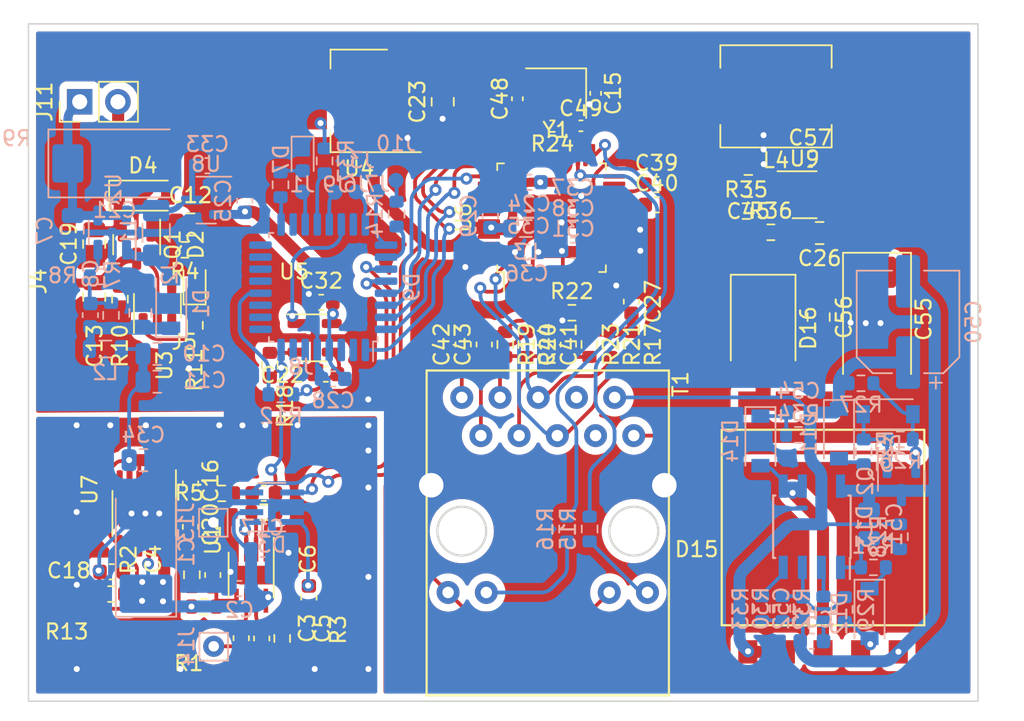
<source format=kicad_pcb>
(kicad_pcb (version 20211014) (generator pcbnew)
  (layers (0 "F.Cu" signal) (31 "B.Cu" signal) (34 "B.Paste" user) (35 "F.Paste" user) (36 "B.SilkS" user "B.Silkscreen") (37 "F.SilkS" user "F.Silkscreen") (38 "B.Mask" user) (39 "F.Mask" user) (44 "Edge.Cuts" user))
  (net 0 "")
  (net 1 "+5VA")
  (net 2 "GND")
  (net 3 "Net-(C3-Pad1)")
  (net 4 "Net-(C5-Pad2)")
  (net 5 "Net-(C4-Pad2)")
  (net 6 "Net-(C8-Pad1)")
  (net 7 "Net-(C8-Pad2)")
  (net 8 "Net-(C6-Pad2)")
  (net 9 "Net-(C18-Pad2)")
  (net 10 "BAT+")
  (net 11 "Net-(C13-Pad2)")
  (net 12 "Net-(D1-Pad2)")
  (net 13 "Analog")
  (net 14 "Net-(C19-Pad2)")
  (net 15 "Net-(C14-Pad1)")
  (net 16 "Net-(C5-Pad1)")
  (net 17 "Net-(R10-Pad1)")
  (net 18 "+5V")
  (net 19 "Net-(D2-Pad1)")
  (net 20 "+3.3VA")
  (net 21 "Net-(D3-Pad1)")
  (net 22 "scl")
  (net 23 "sda")
  (net 24 "Net-(C39-Pad1)")
  (net 25 "Net-(C40-Pad1)")
  (net 26 "Net-(C41-Pad2)")
  (net 27 "Net-(C42-Pad1)")
  (net 28 "Net-(C42-Pad2)")
  (net 29 "Net-(C43-Pad1)")
  (net 30 "Net-(C43-Pad2)")
  (net 31 "+12v")
  (net 32 "ethSel")
  (net 35 "Net-(D9-Pad6)")
  (net 39 "Net-(C15-Pad1)")
  (net 44 "Pulse")
  (net 45 "Net-(D7-Pad2)")
  (net 47 "Net-(D9-Pad20)")
  (net 48 "LED")
  (net 49 "Net-(R11-Pad2)")
  (net 50 "Net-(J2-Pad1)")
  (net 51 "+3.3VD")
  (net 52 "ethRes")
  (net 53 "MISO")
  (net 54 "MOSI")
  (net 55 "SCLK")
  (net 56 "Ajust")
  (net 57 "Net-(R17-Pad2)")
  (net 58 "Net-(R18-Pad1)")
  (net 59 "Net-(R21-Pad2)")
  (net 60 "Net-(R22-Pad2)")
  (net 77 "+3.3VE")
  (net 78 "Net-(C48-Pad1)")
  (net 79 "Net-(C44-Pad1)")
  (net 80 "Net-(C50-Pad1)")
  (net 81 "Net-(C50-Pad2)")
  (net 82 "Net-(C51-Pad1)")
  (net 83 "Net-(C52-Pad1)")
  (net 84 "Net-(C53-Pad1)")
  (net 85 "Net-(C54-Pad2)")
  (net 86 "Net-(D5-Pad1)")
  (net 87 "Net-(C57-Pad1)")
  (net 88 "Net-(C57-Pad2)")
  (net 89 "Net-(D5-Pad2)")
  (net 90 "Net-(D9-Pad26)")
  (net 91 "/txd")
  (net 92 "/rxd")
  (net 93 "/swd")
  (net 94 "/swc")
  (net 95 "Net-(D9-Pad12)")
  (net 96 "Net-(D12-Pad1)")
  (net 97 "Net-(D12-Pad2)")
  (net 98 "Net-(D13-Pad2)")
  (net 99 "Net-(D13-Pad4)")
  (net 100 "Net-(D13-Pad5)")
  (net 101 "Net-(D15-Pad6)")
  (net 102 "Net-(R35-Pad2)")
  (net 103 "Net-(D11-Pad2)")
  (net 105 "/link")
  (net 106 "/active")
  (net 107 "Net-(R15-Pad2)")
  (net 108 "Net-(R16-Pad2)")
  (net 109 "+12VE")
  (footprint "Diode_SMD:D_SOD-123" (layer "F.Cu") (at 75.01 47.92)
    (fp_text reference "D4")
    (fp_text value "MBR0540LT")
  )
  (footprint "Resistor_SMD:R_0402_1005Metric" (layer "F.Cu") (at 102.22 43.3 180)
    (fp_text reference "R24")
    (fp_text value "1M")
  )
  (footprint "Capacitor_SMD:C_0603_1608Metric" (layer "F.Cu") (at 96.29 57.82 90)
    (fp_text reference "C42")
    (fp_text value "6.8n")
  )
  (footprint "Capacitor_SMD:C_0805_2012Metric" (layer "F.Cu") (at 78.17 49.84 180)
    (fp_text reference "C12")
    (fp_text value "10u")
  )
  (footprint "Package_SO:MSOP-12-1EP_3x4mm_P0.65mm_EP1.65x2.85mm" (layer "F.Cu") (at 75.08988 69.055786 -90)
    (fp_text reference "U7")
    (fp_text value "LT3045xMSE")
  )
  (footprint "Package_TO_SOT_SMD:SOT-223-3_TabPin2" (layer "F.Cu") (at 89.38 41.62 180)
    (fp_text reference "U4")
    (fp_text value "NCP1117-3.3")
  )
  (footprint "Capacitor_SMD:C_0805_2012Metric" (layer "F.Cu") (at 71.77 54.66 90)
    (fp_text reference "C13")
    (fp_text value "10u")
  )
  (footprint "Resistor_SMD:R_0603_1608Metric" (layer "F.Cu") (at 107.47 57.82 -90)
    (fp_text reference "R17")
    (fp_text value "49.9")
  )
  (footprint "Resistor_SMD:R_0603_1608Metric" (layer "F.Cu") (at 77.7925 51.525 180)
    (fp_text reference "R4")
    (fp_text value "10k")
  )
  (footprint "Capacitor_SMD:C_0603_1608Metric" (layer "F.Cu") (at 81.53988 77.35 90)
    (fp_text reference "C3")
    (fp_text value "1n")
  )
  (footprint "Package_TO_SOT_SMD:SOT-23-5" (layer "F.Cu") (at 86.4175 57.37756)
    (fp_text reference "U5")
    (fp_text value "LMV7239")
  )
  (footprint "Capacitor_SMD:C_0603_1608Metric" (layer "F.Cu") (at 86.850393 55.018417)
    (fp_text reference "C32")
    (fp_text value "22u")
  )
  (footprint "Resistor_SMD:R_0603_1608Metric" (layer "F.Cu") (at 79.05988 75.25)
    (fp_text reference "R1")
    (fp_text value "10k")
  )
  (footprint "Capacitor_SMD:C_0603_1608Metric" (layer "F.Cu") (at 79.65 73.15 -90)
    (fp_text reference "C4")
    (fp_text value "10n")
  )
  (footprint "Capacitor_SMD:C_0603_1608Metric" (layer "F.Cu") (at 82.89988 77.37 90)
    (fp_text reference "C5")
    (fp_text value "10")
  )
  (footprint "Capacitor_SMD:C_0603_1608Metric" (layer "F.Cu") (at 97.6875 57.82 90)
    (fp_text reference "C43")
    (fp_text value "6.8n")
  )
  (footprint "Capacitor_SMD:C_0603_1608Metric" (layer "F.Cu") (at 103.2775 57.83 90)
    (fp_text reference "C44")
    (fp_text value "22n")
  )
  (footprint "Capacitor_SMD:C_0603_1608Metric" (layer "F.Cu") (at 107.47 54.97 -90)
    (fp_text reference "C27")
    (fp_text value "10u")
  )
  (footprint "Capacitor_SMD:C_0603_1608Metric" (layer "F.Cu") (at 119.345 45.5)
    (fp_text reference "C57")
    (fp_text value "150nF")
  )
  (footprint "Capacitor_SMD:C_0805_2012Metric" (layer "F.Cu") (at 119.975 50.41 180)
    (fp_text reference "C26")
    (fp_text value "22u")
  )
  (footprint "Capacitor_SMD:C_0603_1608Metric" (layer "F.Cu") (at 78.16988 69.945786 -90)
    (fp_text reference "C20")
    (fp_text value "22u")
  )
  (footprint "Package_QFP:LQFP-48_7x7mm_P0.5mm" (layer "F.Cu") (at 102.16 49.39 90)
    (fp_text reference "U6")
    (fp_text value "W5500")
  )
  (footprint "Resistor_SMD:R_0603_1608Metric" (layer "F.Cu") (at 83.04 68.97)
    (fp_text reference "R6" hide)
    (fp_text value "5.1M")
  )
  (footprint "Capacitor_Tantalum_SMD:CP_EIA-7343-15_Kemet-W" (layer "F.Cu") (at 123.79 56.13 -90)
    (fp_text reference "C55")
    (fp_text value "220uF")
  )
  (footprint "Resistor_SMD:R_0603_1608Metric" (layer "F.Cu") (at 99.085 57.82 -90)
    (fp_text reference "R19")
    (fp_text value "82")
  )
  (footprint "Capacitor_SMD:C_0805_2012Metric" (layer "F.Cu") (at 71.765 51.14 90)
    (fp_text reference "C19")
    (fp_text value "10u")
  )
  (footprint "Capacitor_SMD:C_0805_2012Metric" (layer "F.Cu") (at 94.93 41.68 90)
    (fp_text reference "C23")
    (fp_text value "22u")
  )
  (footprint "Package_SO:SSOP-8_2.95x2.8mm_P0.65mm" (layer "F.Cu") (at 82.19988 73.1575 -90)
    (fp_text reference "U1")
    (fp_text value "MAX4477")
  )
  (footprint "Resistor_SMD:R_0603_1608Metric" (layer "F.Cu") (at 104.675 57.82 -90)
    (fp_text reference "R23")
    (fp_text value "10")
  )
  (footprint "Resistor_SMD:R_0603_1608Metric" (layer "F.Cu") (at 84.25988 77.37 90)
    (fp_text reference "R3")
    (fp_text value "5.1M")
  )
  (footprint "Capacitor_SMD:C_0603_1608Metric" (layer "F.Cu") (at 109.16 48.53)
    (fp_text reference "C40")
    (fp_text value "4.7u")
  )
  (footprint "Resistor_SMD:R_0603_1608Metric" (layer "F.Cu") (at 78.26 73.13 90)
    (fp_text reference "R2")
    (fp_text value "10k")
  )
  (footprint "Capacitor_SMD:C_0603_1608Metric" (layer "F.Cu") (at 101.88 57.82 -90)
    (fp_text reference "C41")
    (fp_text value "10n")
  )
  (footprint "Package_TO_SOT_SMD:SOT-23" (layer "F.Cu") (at 74.59 51.18 -90)
    (fp_text reference "Q1")
    (fp_text value "IRLML5203")
  )
  (footprint "Resistor_SMD:R_0603_1608Metric" (layer "F.Cu") (at 72.92988 74.415786 180)
    (fp_text reference "R13")
    (fp_text value "49.9k")
  )
  (footprint "Resistor_SMD:R_0603_1608Metric" (layer "F.Cu") (at 80.24 67.72 180)
    (fp_text reference "R5")
    (fp_text value "10k")
  )
  (footprint "Capacitor_SMD:C_0402_1005Metric" (layer "F.Cu") (at 99.89 41.48 90)
    (fp_text reference "C48")
    (fp_text value "10p")
  )
  (footprint "Crystal:Crystal_SMD_TXC_7M-4Pin_3.2x2.5mm" (layer "F.Cu") (at 102.46 41.11 180)
    (fp_text reference "Y1")
    (fp_text value "25")
  )
  (footprint "Resistor_SMD:R_0603_1608Metric" (layer "F.Cu") (at 103.51 55.71)
    (fp_text reference "R22")
    (fp_text value "12.4k")
  )
  (footprint "Package_TO_SOT_SMD:SOT-23-5" (layer "F.Cu") (at 75.97 55.255 90)
    (fp_text reference "U3")
    (fp_text value "MCP73831")
  )
  (footprint "Connector_PinHeader_2.54mm:PinHeader_1x02_P2.54mm_Vertical" (layer "F.Cu") (at 70.805 41.68 90)
    (fp_text reference "J11")
    (fp_text value "Conn_01x02_Male")
  )
  (footprint "Diode_SMD:D_SMB" (layer "F.Cu") (at 116.22 56.73 -90)
    (fp_text reference "D16")
    (fp_text value "SS34")
  )
  (footprint "Resistor_SMD:R_0603_1608Metric" (layer "F.Cu") (at 78.46 56.545 -90)
    (fp_text reference "R11")
    (fp_text value "330")
  )
  (footprint "My-library:DA2257" (layer "F.Cu") (at 120.2 69.99 90)
    (fp_text reference "D15")
    (fp_text value "T4932B")
  )
  (footprint "Package_TO_SOT_SMD:SOT-23-6" (layer "F.Cu") (at 118.975 47.86)
    (fp_text reference "U9")
    (fp_text value "LMR50410XDBVR")
  )
  (footprint "Resistor_SMD:R_0603_1608Metric" (layer "F.Cu") (at 106.0725 57.82 -90)
    (fp_text reference "R21")
    (fp_text value "49.9")
  )
  (footprint "Resistor_SMD:R_0603_1608Metric" (layer "F.Cu") (at 100.4825 57.82 -90)
    (fp_text reference "R20")
    (fp_text value "82")
  )
  (footprint "Capacitor_SMD:C_0603_1608Metric" (layer "F.Cu") (at 87.160393 59.789667)
    (fp_text reference "C22")
    (fp_text value "100n")
  )
  (footprint "Capacitor_SMD:C_0805_2012Metric" (layer "F.Cu") (at 115.235 47.28 180)
    (fp_text reference "C45")
    (fp_text value "22u")
  )
  (footprint "lib:HY931147C" (layer "F.Cu") (at 101.91 70.23 180)
    (fp_text reference "T1")
    (fp_text value "HY931147C")
    (fp_circle (center 5.715 0) (end 7.34 0) (layer "Edge.Cuts") (width 0.15) (fill none))
    (fp_circle (center -5.715 0) (end -4.09 0) (layer "Edge.Cuts") (width 0.15) (fill none))
  )
  (footprint "Capacitor_SMD:C_0603_1608Metric" (layer "F.Cu") (at 72.92988 72.935786)
    (fp_text reference "C18")
    (fp_text value "4.7u")
  )
  (footprint "Resistor_SMD:R_0603_1608Metric" (layer "F.Cu") (at 83.44 59.2 -90)
    (fp_text reference "R18")
    (fp_text value "10k")
  )
  (footprint "Capacitor_SMD:C_0603_1608Metric" (layer "F.Cu") (at 78.16988 67.065786 90)
    (fp_text reference "C16")
    (fp_text value "22u")
  )
  (footprint "Resistor_SMD:R_0603_1608Metric" (layer "F.Cu") (at 73.48 54.805 -90)
    (fp_text reference "R10")
    (fp_text value "10k")
  )
  (footprint "Capacitor_SMD:C_0402_1005Metric" (layer "F.Cu") (at 105.09 41.12 -90)
    (fp_text reference "C15")
    (fp_text value "10p")
  )
  (footprint "Capacitor_SMD:C_0603_1608Metric" (layer "F.Cu") (at 109.14 47.18)
    (fp_text reference "C39")
    (fp_text value "10n")
  )
  (footprint "LED_SMD:LED_0603_1608Metric" (layer "F.Cu") (at 78.44 53.675 90)
    (fp_text reference "D2")
    (fp_text value "LED")
  )
  (footprint "Capacitor_SMD:C_0805_2012Metric" (layer "F.Cu") (at 119.91 56 -90)
    (fp_text reference "C56")
    (fp_text value "22u")
  )
  (footprint "Resistor_SMD:R_0603_1608Metric" (layer "F.Cu") (at 116.735 50.36)
    (fp_text reference "R36")
    (fp_text value "1.02k")
  )
  (footprint "Inductor_SMD:L_Abracon_ASPI-0630LR" (layer "F.Cu") (at 117.075 41.32 180)
    (fp_text reference "L4")
    (fp_text value "15uH")
  )
  (footprint "Capacitor_SMD:C_0402_1005Metric" (layer "F.Cu") (at 104.11 43.28)
    (fp_text reference "C49")
    (fp_text value "10u")
  )
  (footprint "My-library:SMD-CONN" (layer "F.Cu") (at 77.77 59.34)
    (fp_text reference "J5")
    (fp_text value "BAT-")
  )
  (footprint "Capacitor_SMD:C_0603_1608Metric" (layer "F.Cu") (at 83.04 67.71)
    (fp_text reference "C14" hide)
    (fp_text value "10")
  )
  (footprint "Capacitor_SMD:C_0603_1608Metric" (layer "F.Cu") (at 86.03488 74.65 90)
    (fp_text reference "C6")
    (fp_text value "10n")
  )
  (footprint "Resistor_SMD:R_0603_1608Metric" (layer "F.Cu") (at 115.09 48.95)
    (fp_text reference "R35")
    (fp_text value "3.4k")
  )
  (footprint "My-library:SMD-CONN" (layer "F.Cu") (at 69.91 53.74 90)
    (fp_text reference "J4")
    (fp_text value "BAT+")
  )
  (footprint "Resistor_SMD:R_0603_1608Metric" (layer "B.Cu") (at 122.72 60.4)
    (fp_text reference "R27")
    (fp_text value "24k")
  )
  (footprint "Resistor_SMD:R_0603_1608Metric" (layer "B.Cu") (at 116.15 75.39 -90)
    (fp_text reference "R33")
    (fp_text value "0.51")
  )
  (footprint "Capacitor_SMD:C_0603_1608Metric" (layer "B.Cu") (at 81.42 74.05)
    (fp_text reference "C2")
    (fp_text value "22u")
  )
  (footprint "Resistor_SMD:R_0603_1608Metric" (layer "B.Cu") (at 118.57 63.83 180)
    (fp_text reference "R34")
    (fp_text value "10k")
  )
  (footprint "Resistor_SMD:R_0603_1608Metric" (layer "B.Cu") (at 87.08 45.61 90)
    (fp_text reference "R37")
    (fp_text value "4.7k")
  )
  (footprint "Resistor_SMD:R_0603_1608Metric" (layer "B.Cu") (at 103.19 70.09 -90)
    (fp_text reference "R16")
    (fp_text value "330")
  )
  (footprint "Resistor_SMD:R_0603_1608Metric" (layer "B.Cu") (at 125.31 70.6 -90)
    (fp_text reference "R28")
    (fp_text value "100k")
  )
  (footprint "Capacitor_SMD:C_0603_1608Metric" (layer "B.Cu") (at 87.65 60.11)
    (fp_text reference "C28")
    (fp_text value "22u")
  )
  (footprint "Package_QFP:LQFP-32_7x7mm_P0.8mm" (layer "B.Cu") (at 86.99 54.01 90)
    (fp_text reference "D9")
    (fp_text value "STM32G0B1KETx")
  )
  (footprint "Diode_SMD:D_SOD-123" (layer "B.Cu") (at 121.26 63.76 -90)
    (fp_text reference "D11")
    (fp_text value "MM1Z27")
  )
  (footprint "Diode_SMD:D_SOD-123" (layer "B.Cu") (at 76.8875 55.095 90)
    (fp_text reference "D1")
    (fp_text value "MBR0540")
  )
  (footprint "lib:conn_mini" (layer "B.Cu") (at 85.6 47.68 180)
    (fp_text reference "J1")
    (fp_text value "Conn_01x01_Female")
  )
  (footprint "LED_SMD:LED_0603_1608Metric" (layer "B.Cu") (at 85.62 45.48 -90)
    (fp_text reference "D7")
    (fp_text value "LED")
  )
  (footprint "Package_TO_SOT_SMD:SOT-23-8_Handsoldering" (layer "B.Cu") (at 83.56988 68.64)
    (fp_text reference "D3")
    (fp_text value "AD5245")
  )
  (footprint "lib:conn_mini" (layer "B.Cu") (at 91.83 44.96 180)
    (fp_text reference "J10")
    (fp_text value "Conn_01x01_Female")
  )
  (footprint "Resistor_SMD:R_0603_1608Metric" (layer "B.Cu") (at 123.55 72.64 180)
    (fp_text reference "R31")
    (fp_text value "20R")
  )
  (footprint "Package_TO_SOT_SMD:SOT-23-5" (layer "B.Cu") (at 72.9675 50.38 90)
    (fp_text reference "U2")
    (fp_text value "LM2733XMF")
  )
  (footprint "Capacitor_SMD:C_0805_2012Metric" (layer "B.Cu") (at 75.03988 65.51 180)
    (fp_text reference "C34")
    (fp_text value "22u")
  )
  (footprint "lib:conn_mini" (layer "B.Cu") (at 85.51 59.81 180)
    (fp_text reference "J8")
    (fp_text value "Conn_01x01_Female")
  )
  (footprint "lib:conn_mini" (layer "B.Cu") (at 87.78 47.69 180)
    (fp_text reference "J9")
    (fp_text value "Conn_01x01_Female")
  )
  (footprint "Capacitor_SMD:C_0603_1608Metric" (layer "B.Cu") (at 98.09 49.27 -90)
    (fp_text reference "C29")
    (fp_text value "10u")
  )
  (footprint "Capacitor_SMD:C_0603_1608Metric" (layer "B.Cu") (at 100.52 51.67)
    (fp_text reference "C36")
    (fp_text value "10u")
  )
  (footprint "Capacitor_SMD:C_0603_1608Metric" (layer "B.Cu") (at 103.6 51.56 180)
    (fp_text reference "C31")
    (fp_text value "10u")
  )
  (footprint "Capacitor_SMD:C_0805_2012Metric" (layer "B.Cu") (at 74.8375 55.72 -90)
    (fp_text reference "C9" hide)
    (fp_text value "22u")
  )
  (footprint "Resistor_SMD:R_0603_1608Metric" (layer "B.Cu") (at 72.8875 55.885 90)
    (fp_text reference "R7")
    (fp_text value "117k")
  )
  (footprint "Capacitor_SMD:C_0805_2012Metric" (layer "B.Cu") (at 123.26 69.78 90)
    (fp_text reference "C51")
    (fp_text value "10uF")
  )
  (footprint "Capacitor_SMD:C_0603_1608Metric" (layer "B.Cu") (at 103.58 48.83 180)
    (fp_text reference "C37")
    (fp_text value "10u")
  )
  (footprint "Capacitor_SMD:C_0805_2012Metric" (layer "B.Cu") (at 75.9625 60.295 180)
    (fp_text reference "C11")
    (fp_text value "22u")
  )
  (footprint "Inductor_SMD:L_1206_3216Metric_Pad1.42x1.75mm_HandSolder" (layer "B.Cu") (at 75.8875 50.4 -90)
    (fp_text reference "L1")
    (fp_text value "22uH")
  )
  (footprint "Diode_SMD:D_SOD-123" (layer "B.Cu") (at 124.52 62.46)
    (fp_text reference "D5")
    (fp_text value "BZT52-C15")
  )
  (footprint "Resistor_SMD:R_0603_1608Metric" (layer "B.Cu") (at 120.23 75.41 -90)
    (fp_text reference "R32")
    (fp_text value "47R")
  )
  (footprint "Resistor_SMD:R_0603_1608Metric" (layer "B.Cu") (at 121.64 75.44 90)
    (fp_text reference "R29")
    (fp_text value "43k")
  )
  (footprint "Diode_SMD:D_SOD-123" (layer "B.Cu") (at 123.29 75.71 -90)
    (fp_text reference "D12")
    (fp_text value "F7")
  )
  (footprint "lib:conn_mini" (layer "B.Cu") (at 89.16 47.67 180)
    (fp_text reference "J6")
    (fp_text value "Conn_01x01_Female")
  )
  (footprint "Resistor_SMD:R_0603_1608Metric" (layer "B.Cu") (at 122.9 64.96 90)
    (fp_text reference "R25")
    (fp_text value "51k")
  )
  (footprint "Capacitor_SMD:C_0603_1608Metric" (layer "B.Cu") (at 71.5125 55.87 -90)
    (fp_text reference "C8")
    (fp_text value "220p")
  )
  (footprint "Capacitor_SMD:CP_Elec_6.3x7.7" (layer "B.Cu") (at 125.85 56.32 90)
    (fp_text reference "C50")
    (fp_text value "22uF/63v")
  )
  (footprint "Inductor_SMD:L_0805_2012Metric" (layer "B.Cu") (at 72.5125 58.12)
    (fp_text reference "L2")
    (fp_text value "47uH")
  )
  (footprint "Capacitor_SMD:C_0603_1608Metric" (layer "B.Cu") (at 103.6 50.2 180)
    (fp_text reference "C38")
    (fp_text value "10u")
  )
  (footprint "lib:conn_mini" (layer "B.Cu") (at 90.58 47.65 180)
    (fp_text reference "J7")
    (fp_text value "Conn_01x01_Female")
  )
  (footprint "Resistor_SMD:R_0603_1608Metric" (layer "B.Cu") (at 91.86 49.15 -90)
    (fp_text reference "R14")
    (fp_text value "1k")
  )
  (footprint "Resistor_SMD:R_0603_1608Metric" (layer "B.Cu") (at 117.5 75.38 -90)
    (fp_text reference "R30")
    (fp_text value "10k")
  )
  (footprint "lib:conn_mini" (layer "B.Cu") (at 89.57 46.07 180)
    (fp_text reference "J3")
    (fp_text value "Conn_01x01_Female")
  )
  (footprint "Capacitor_SMD:C_0603_1608Metric" (layer "B.Cu") (at 79.29 45.93 180)
    (fp_text reference "C33")
    (fp_text value "10u")
  )
  (footprint "Capacitor_SMD:C_0805_2012Metric" (layer "B.Cu") (at 75.9625 58.445 180)
    (fp_text reference "C10")
    (fp_text value "22u")
  )
  (footprint "Capacitor_SMD:C_0603_1608Metric" (layer "B.Cu") (at 82.95 71.44 180)
    (fp_text reference "C17")
    (fp_text value "22u")
  )
  (footprint "Resistor_SMD:R_0603_1608Metric" (layer "B.Cu") (at 72.2975 53.3)
    (fp_text reference "R8")
    (fp_text value "13.3k")
  )
  (footprint "Capacitor_SMD:C_0603_1608Metric" (layer "B.Cu") (at 81.77 48.26 -90)
    (fp_text reference "C25")
    (fp_text value "22u")
  )
  (footprint "Capacitor_SMD:C_0805_2012Metric" (layer "B.Cu") (at 70.3375 50.195 90)
    (fp_text reference "C7")
    (fp_text value "10u")
  )
  (footprint "Capacitor_SMD:C_0603_1608Metric" (layer "B.Cu") (at 100.68 47.03)
    (fp_text reference "C24")
    (fp_text value "10u")
  )
  (footprint "Resistor_SMD:R_0603_1608Metric" (layer "B.Cu") (at 125.34 64.13)
    (fp_text reference "R26")
    (fp_text value "237k")
  )
  (footprint "Connector_Pin:Pin_D0.7mm_L6.5mm_W1.8mm_FlatFork" (layer "B.Cu") (at 79.68488 69.65 90)
    (fp_text reference "J13")
    (fp_text value "Anode")
  )
  (footprint "Resistor_SMD:R_0603_1608Metric" (layer "B.Cu") (at 104.69 70.09 -90)
    (fp_text reference "R15")
    (fp_text value "330")
  )
  (footprint "Resistor_SMD:R_0603_1608Metric" (layer "B.Cu") (at 84.18 61.14)
    (fp_text reference "R12")
    (fp_text value "10k")
  )
  (footprint "Package_TO_SOT_SMD:SOT-23" (layer "B.Cu") (at 125.41 66.9 -90)
    (fp_text reference "Q2")
    (fp_text value "5N10")
  )
  (footprint "Diode_SMD:D_SOD-123" (layer "B.Cu") (at 116.04 64.23 -90)
    (fp_text reference "D14")
    (fp_text value "F7")
  )
  (footprint "Capacitor_SMD:C_0603_1608Metric" (layer "B.Cu") (at 118.86 75.38 -90)
    (fp_text reference "C52")
    (fp_text value "28p")
  )
  (footprint "Inductor_SMD:L_0805_2012Metric" (layer "B.Cu") (at 100.45 50.11)
    (fp_text reference "L3")
    (fp_text value "10uH")
  )
  (footprint "Capacitor_SMD:C_0603_1608Metric" (layer "B.Cu") (at 118.58 62.34 180)
    (fp_text reference "C54")
    (fp_text value "10nF")
  )
  (footprint "Capacitor_Tantalum_SMD:CP_EIA-7343-15_Kemet-W" (layer "B.Cu") (at 73.132502 45.78)
    (fp_text reference "C21")
    (fp_text value "1000u")
  )
  (footprint "Capacitor_Tantalum_SMD:CP_EIA-7132-20_AVX-U" (layer "B.Cu") (at 75.20988 71.6175 90)
    (fp_text reference "C1")
    (fp_text value "1000u")
  )
  (footprint "Resistor_SMD:R_0603_1608Metric" (layer "B.Cu") (at 84.15 47.2 90)
    (fp_text reference "R9")
    (fp_text value "1k")
  )
  (footprint "lib:conn_mini" (layer "B.Cu") (at 91.82 46.91 180)
    (fp_text reference "J2")
    (fp_text value "Conn_01x01_Female")
  )
  (footprint "Package_TO_SOT_SMD:SOT-23" (layer "B.Cu") (at 79.21 48.22 180)
    (fp_text reference "U8")
    (fp_text value "MCP1700")
  )
  (footprint "Capacitor_SMD:C_0603_1608Metric" (layer "B.Cu") (at 119.46 77.55 180)
    (fp_text reference "C53")
    (fp_text value "480p")
  )
  (footprint "Connector_Pin:Pin_D0.7mm_L6.5mm_W1.8mm_FlatFork" (layer "B.Cu") (at 79.70988 77.89 90)
    (fp_text reference "J14")
    (fp_text value "Catode")
  )
  (footprint "Package_SO:SOIC-8-N7_3.9x4.9mm_P1.27mm" (layer "B.Cu") (at 119.46 69.94 90)
    (fp_text reference "D13")
    (fp_text value "SD4932")
  )
  (footprint "Capacitor_SMD:C_0603_1608Metric" (layer "B.Cu") (at 100.63 48.51)
    (fp_text reference "C35")
    (fp_text value "10u")
  )
  (gr_line (start 67.4 81.54) (end 130.5 81.54) (layer "Edge.Cuts") (width 0.1))
  (gr_line (start 130.5 36.5) (end 67.4 36.5) (layer "Edge.Cuts") (width 0.1))
  (gr_line (start 130.5 81.54) (end 130.5 36.5) (layer "Edge.Cuts") (width 0.1))
  (gr_line (start 67.4 36.5) (end 67.4 81.54) (layer "Edge.Cuts") (width 0.1))
  (segment (start 74.60988 73.285786) (end 76.40988 73.285786) (width 0.25) (layer "F.Cu") (net 1))
  (segment (start 74.60988 74.155786) (end 74.60988 73.285786) (width 0.25) (layer "F.Cu") (net 1))
  (segment (start 75.41488 71.205786) (end 75.41488 72.360786) (width 0.25) (layer "F.Cu") (net 1))
  (segment (start 76.40988 73.285786) (end 76.41988 73.295786) (width 0.25) (layer "F.Cu") (net 1))
  (segment (start 77.324094 70.715786) (end 78.07488 70.715786) (width 0.8) (layer "F.Cu") (net 1))
  (segment (start 76.41988 73.79) (end 76.41988 74.606572) (width 0.8) (layer "F.Cu") (net 1))
  (segment (start 76.41988 71.205786) (end 76.616987 71.008679) (width 0.8) (layer "F.Cu") (net 1))
  (segment (start 76.41988 73.295786) (end 76.41988 73.79) (width 0.8) (layer "F.Cu") (net 1))
  (segment (start 74.463433 75.212233) (end 74.426326 75.24934) (width 0.25) (layer "F.Cu") (net 1))
  (segment (start 76.41988 73.295786) (end 76.41988 71.205786) (width 0.8) (layer "F.Cu") (net 1))
  (segment (start 75.41488 72.360786) (end 75.30988 72.465786) (width 0.25) (layer "F.Cu") (net 1))
  (segment (start 74.60988 73.285786) (end 74.60988 72.762893) (width 0.25) (layer "F.Cu") (net 1))
  (segment (start 74.60988 74.155786) (end 74.60988 74.858679) (width 0.25) (layer "F.Cu") (net 1))
  (segment (start 74.072773 75.395786) (end 72.54988 75.395786) (width 0.25) (layer "F.Cu") (net 1))
  (via (at 78.23488 75.25) (size 0.8) (drill 0.4) (layers "F.Cu" "B.Cu") (net 1))
  (via (at 75.34988 72.405786) (size 0.8) (drill 0.4) (layers "F.Cu" "B.Cu") (net 1))
  (via (at 74.94988 74.87) (size 0.8) (drill 0.4) (layers "F.Cu" "B.Cu") (net 1))
  (via (at 76.33988 74.9) (size 0.8) (drill 0.4) (layers "F.Cu" "B.Cu") (net 1))
  (via (at 83.33488 74.625) (size 0.8) (drill 0.4) (layers "F.Cu" "B.Cu") (net 1))
  (via (at 76.33988 73.61) (size 0.8) (drill 0.4) (layers "F.Cu" "B.Cu") (net 1))
  (via (at 74.95988 73.61) (size 0.8) (drill 0.4) (layers "F.Cu" "B.Cu") (net 1))
  (arc (start 74.426326 75.24934) (mid 74.264114 75.357726) (end 74.072773 75.395786) (width 0.25) (layer "F.Cu") (net 1))
  (arc (start 74.60988 74.858679) (mid 74.57182 75.050021) (end 74.463433 75.212233) (width 0.25) (layer "F.Cu") (net 1))
  (arc (start 76.616987 71.008679) (mid 76.94141 70.791906) (end 77.324094 70.715786) (width 0.8) (layer "F.Cu") (net 1))
  (arc (start 74.463433 72.409339) (mid 74.57182 72.571551) (end 74.60988 72.762893) (width 0.25) (layer "F.Cu") (net 1))
  (segment (start 75.79488 75.24) (end 82.305666 75.24) (width 0.8) (layer "B.Cu") (net 1))
  (segment (start 75.20988 74.655) (end 75.79488 75.24) (width 0.8) (layer "B.Cu") (net 1))
  (segment (start 81.03988 70.125786) (end 81.03988 69.537107) (width 0.25) (layer "B.Cu") (net 1))
  (segment (start 82.195 74.05) (end 82.195 75.129334) (width 0.8) (layer "B.Cu") (net 1))
  (segment (start 82.195 71.49012) (end 82.13488 71.43) (width 0.8) (layer "B.Cu") (net 1))
  (segment (start 81.606987 68.97) (end 82.21988 68.97) (width 0.25) (layer "B.Cu") (net 1))
  (segment (start 75.34988 74.515) (end 75.20988 74.655) (width 0.25) (layer "B.Cu") (net 1))
  (segment (start 82.195 74.05) (end 82.195 71.49012) (width 0.8) (layer "B.Cu") (net 1))
  (segment (start 81.92988 71.43) (end 81.332773 70.832893) (width 0.25) (layer "B.Cu") (net 1))
  (segment (start 83.33488 74.625) (end 83.184214 74.625) (width 0.8) (layer "B.Cu") (net 1))
  (segment (start 82.477107 74.332107) (end 82.195 74.05) (width 0.8) (layer "B.Cu") (net 1))
  (segment (start 81.186327 69.183553) (end 81.253434 69.116446) (width 0.25) (layer "B.Cu") (net 1))
  (segment (start 75.34988 73.79) (end 75.34988 74.515) (width 0.25) (layer "B.Cu") (net 1))
  (segment (start 83.012773 74.947107) (end 83.33488 74.625) (width 0.8) (layer "B.Cu") (net 1))
  (segment (start 82.195 75.129334) (end 82.305666 75.24) (width 0.25) (layer "B.Cu") (net 1))
  (segment (start 75.34988 72.405786) (end 75.34988 73.79) (width 0.25) (layer "B.Cu") (net 1))
  (arc (start 83.184214 74.625) (mid 82.801531 74.54888) (end 82.477107 74.332107) (width 0.8) (layer "B.Cu") (net 1))
  (arc (start 81.03988 69.537107) (mid 81.07794 69.345765) (end 81.186327 69.183553) (width 0.25) (layer "B.Cu") (net 1))
  (arc (start 81.253434 69.116446) (mid 81.415646 69.00806) (end 81.606987 68.97) (width 0.25) (layer "B.Cu") (net 1))
  (arc (start 83.012773 74.947107) (mid 82.68835 75.16388) (end 82.305666 75.24) (width 0.8) (layer "B.Cu") (net 1))
  (arc (start 81.332773 70.832893) (mid 81.116 70.50847) (end 81.03988 70.125786) (width 0.25) (layer "B.Cu") (net 1))
  (segment (start 72.10488 74.415786) (end 71.93988 74.415786) (width 0.25) (layer "F.Cu") (net 2))
  (segment (start 81.14 72.66) (end 80.96 72.84) (width 0.25) (layer "F.Cu") (net 2))
  (segment (start 99.704214 51.68) (end 99.73 51.68) (width 0.25) (layer "F.Cu") (net 2))
  (segment (start 85.28 57.37756) (end 83.5175 57.37756) (width 0.6) (layer "F.Cu") (net 2))
  (segment (start 77.30988 73.314214) (end 77.30988 75.47) (width 0.4) (layer "F.Cu") (net 2))
  (segment (start 107.75 50.64) (end 107.91 50.8) (width 0.25) (layer "F.Cu") (net 2))
  (segment (start 98.6375 52.28) (end 97.6 52.28) (width 0.25) (layer "F.Cu") (net 2))
  (segment (start 123.79 59.2425) (end 122.2025 59.2425) (width 0.25) (layer "F.Cu") (net 2))
  (segment (start 123.79 61.69) (end 123.82 61.72) (width 0.25) (layer "F.Cu") (net 2))
  (segment (start 106.3225 51.64) (end 107.91 51.64) (width 0.25) (layer "F.Cu") (net 2))
  (segment (start 83.5175 57.37756) (end 82.20244 57.37756) (width 0.6) (layer "F.Cu") (net 2))
  (segment (start 118.975 50.36) (end 117.56 50.36) (width 0.6) (layer "F.Cu") (net 2))
  (segment (start 74.38738 69.055786) (end 75.08988 69.055786) (width 0.25) (layer "F.Cu") (net 2))
  (segment (start 103.63 41.92) (end 103.55 41.84) (width 0.25) (layer "F.Cu") (net 2))
  (segment (start 83.275666 72.66) (end 82.35988 72.66) (width 0.25) (layer "F.Cu") (net 2))
  (segment (start 97.9975 52.14) (end 97.374214 52.14) (width 0.25) (layer "F.Cu") (net 2))
  (segment (start 84.67988 71.67) (end 83.982773 72.367107) (width 0.25) (layer "F.Cu") (net 2))
  (segment (start 81.22488 71.4575) (end 81.22488 73.09) (width 0.25) (layer "F.Cu") (net 2))
  (segment (start 117.8375 47.86) (end 118.326472 47.86) (width 0.5) (layer "F.Cu") (net 2))
  (segment (start 86.122107 55.030131) (end 86.065393 54.973417) (width 0.5) (layer "F.Cu") (net 2))
  (segment (start 109.37 49.58) (end 109.935 49.015) (width 0.25) (layer "F.Cu") (net 2))
  (segment (start 104.93 47.044214) (end 104.93 47.47) (width 0.25) (layer "F.Cu") (net 2))
  (segment (start 86.415 57.38756) (end 86.415 55.737238) (width 0.5) (layer "F.Cu") (net 2))
  (segment (start 118.975 50.36) (end 119.025 50.41) (width 0.25) (layer "F.Cu") (net 2))
  (segment (start 82.35988 72.66) (end 81.14 72.66) (width 0.25) (layer "F.Cu") (net 2))
  (segment (start 107.91 51.64) (end 108.02 51.53) (width 0.25) (layer "F.Cu") (net 2))
  (segment (start 108.078528 49.58) (end 109.37 49.58) (width 0.25) (layer "F.Cu") (net 2))
  (segment (start 73.757773 68.426179) (end 74.38738 69.055786) (width 0.25) (layer "F.Cu") (net 2))
  (segment (start 117.8375 47.86) (end 117.179214 47.86) (width 0.5) (layer "F.Cu") (net 2))
  (segment (start 73.679264 55.430736) (end 73.48 55.63) (width 0.5) (layer "F.Cu") (net 2))
  (segment (start 74.76488 71.205786) (end 74.76488 69.380786) (width 0.25) (layer "F.Cu") (net 2))
  (segment (start 73.46488 66.905786) (end 73.46488 67.719072) (width 0.25) (layer "F.Cu") (net 2))
  (segment (start 85.2975 57.38756) (end 86.415 57.38756) (width 0.5) (layer "F.Cu") (net 2))
  (segment (start 77.30988 75.47) (end 77.30988 76.66) (width 0.4) (layer "F.Cu") (net 2))
  (segment (start 116.472107 47.567107) (end 116.185 47.28) (width 0.5) (layer "F.Cu") (net 2))
  (segment (start 106.3225 49.14) (end 107.141472 49.14) (width 0.25) (layer "F.Cu") (net 2))
  (segment (start 105.225 46.335) (end 105.222893 46.337107) (width 0.25) (layer "F.Cu") (net 2))
  (segment (start 74.76488 69.380786) (end 75.08988 69.055786) (width 0.25) (layer "F.Cu") (net 2))
  (segment (start 103.2775 57.045) (end 101.88 57.045) (width 0.25) (layer "F.Cu") (net 2))
  (segment (start 78.14988 69.055786) (end 78.15988 69.065786) (width 0.25) (layer "F.Cu") (net 2))
  (segment (start 106.3225 50.64) (end 107.75 50.64) (width 0.25) (layer "F.Cu") (net 2))
  (segment (start 100.41 54.84) (end 100 55.25) (width 0.25) (layer "F.Cu") (net 2))
  (segment (start 109.935 47.2) (end 109.915 47.18) (width 0.25) (layer "F.Cu") (net 2))
  (segment (start 81.22488 73.09) (end 81.33488 73.2) (width 0.25) (layer "F.Cu") (net 2))
  (segment (start 72.10488 74.415786) (end 72.10488 73.075) (width 0.25) (layer "F.Cu") (net 2))
  (segment (start 80.72988 72.838629) (end 80.72988 70.84) (width 0.25) (layer "F.Cu") (net 2))
  (segment (start 75.281472 55.255) (end 74.103528 55.255) (width 0.5) (layer "F.Cu") (net 2))
  (segment (start 83.69988 73.65) (end 81.541251 73.65) (width 0.25) (layer "F.Cu") (net 2))
  (segment (start 118.750736 48.035736) (end 118.799264 48.084264) (width 0.5) (layer "F.Cu") (net 2))
  (segment (start 98.917868 52.052132) (end 98.997107 51.972893) (width 0.25) (layer "F.Cu") (net 2))
  (segment (start 123.82 61.72) (end 125.2 61.72) (width 0.25) (layer "F.Cu") (net 2))
  (segment (start 109.935 48.53) (end 109.935 47.2) (width 0.25) (layer "F.Cu") (net 2))
  (segment (start 107.24 44.32) (end 105.225 46.335) (width 0.25) (layer "F.Cu") (net 2))
  (segment (start 72.10488 73.075) (end 72.10488 72.985786) (width 0.25) (layer "F.Cu") (net 2))
  (segment (start 122.2025 59.2425) (end 119.91 56.95) (width 0.25) (layer "F.Cu") (net 2))
  (segment (start 109.935 49.015) (end 109.935 48.53) (width 0.25) (layer "F.Cu") (net 2))
  (segment (start 76.08988 69.055786) (end 78.14988 69.055786) (width 0.25) (layer "F.Cu") (net 2))
  (segment (start 122.7 61.72) (end 123.82 61.72) (width 0.25) (layer "F.Cu") (net 2))
  (segment (start 103.63 43.28) (end 103.63 41.92) (width 0.25) (layer "F.Cu") (net 2))
  (segment (start 103.72 43.34) (end 103.72 43.28) (width 0.25) (layer "F.Cu") (net 2))
  (segment (start 103.41 53.5525) (end 103.41 54.400786) (width 0.25) (layer "F.Cu") (net 2))
  (segment (start 75.794264 55.519264) (end 75.705736 55.430736) (width 0.5) (layer "F.Cu") (net 2))
  (segment (start 123.79 59.2425) (end 123.79 61.69) (width 0.25) (layer "F.Cu") (net 2))
  (segment (start 100.234264 52.184264) (end 99.73 51.68) (width 0.25) (layer "F.Cu") (net 2))
  (segment (start 78.36988 72.225) (end 77.98488 72.225) (width 0.25) (layer "F.Cu") (net 2))
  (segment (start 100.41 53.5525) (end 100.41 54.84) (width 0.25) (layer "F.Cu") (net 2))
  (segment (start 86.415 57.38756) (end 89.15756 57.38756) (width 0.5) (layer "F.Cu") (net 2))
  (segment (start 103.72 42.01) (end 103.55 41.84) (width 0.25) (layer "F.Cu") (net 2))
  (segment (start 97.9975 52.14) (end 98.705736 52.14) (width 0.25) (layer "F.Cu") (net 2))
  (segment (start 75.08988 69.055786) (end 75.18988 69.055786) (width 0.25) (layer "F.Cu") (net 2))
  (segment (start 118.975 48.508528) (end 118.975 50.36) (width 0.5) (layer "F.Cu") (net 2))
  (segment (start 77.98488 72.225) (end 77.602773 72.607107) (width 0.4) (layer "F.Cu") (net 2))
  (segment (start 103.085736 43.964264) (end 103.63 43.42) (width 0.25) (layer "F.Cu") (net 2))
  (segment (start 72.10488 72.985786) (end 72.15488 72.935786) (width 0.25) (layer "F.Cu") (net 2))
  (segment (start 103.55 41.84) (end 104.67 41.84) (width 0.25) (layer "F.Cu") (net 2))
  (segment (start 100.41 53.5525) (end 100.41 52.608528) (width 0.25) (layer "F.Cu") (net 2))
  (segment (start 80.975565 73.415685) (end 80.964194 73.404314) (width 0.25) (layer "F.Cu") (net 2))
  (segment (start 103.117107 55.107893) (end 102.685 55.54) (width 0.25) (layer "F.Cu") (net 2))
  (segment (start 75.18988 69.055786) (end 76.08988 69.055786) (width 0.25) (layer "F.Cu") (net 2))
  (segment (start 75.97 56.3925) (end 75.97 55.943528) (width 0.5) (layer "F.Cu") (net 2))
  (segment (start 97.9975 52.28) (end 96.96 52.28) (width 0.25) (layer "F.Cu") (net 2))
  (segment (start 103.63 43.42) (end 103.63 43.28) (width 0.25) (layer "F.Cu") (net 2))
  (segment (start 86.415 57.38756) (end 86.415 59.89756) (width 0.5) (layer "F.Cu") (net 2))
  (segment (start 107.565736 49.315736) (end 107.654264 49.404264) (width 0.25) (layer "F.Cu") (net 2))
  (segment (start 102.91 45.2275) (end 102.91 44.388528) (width 0.25) (layer "F.Cu") (net 2))
  (segment (start 96.667107 52.432893) (end 96.43 52.67) (width 0.25) (layer "F.Cu") (net 2))
  (via (at 84.67988 71.67) (size 0.8) (drill 0.4) (layers "F.Cu" "B.Cu") (net 2))
  (via (at 72.05988 72.85) (size 0.8) (drill 0.4) (layers "F.Cu" "B.Cu") (net 2))
  (via (at 85.28 63.19) (size 0.8) (drill 0.4) (layers "F.Cu" "B.Cu") (net 2))
  (via (at 81.62 63.2) (size 0.8) (drill 0.4) (layers "F.Cu" "B.Cu") (net 2))
  (via (at 80.07988 63.19) (size 0.8) (drill 0.4) (layers "F.Cu" "B.Cu") (net 2))
  (via (at 89.99 63.2) (size 0.8) (drill 0.4) (layers "F.Cu" "B.Cu") (net 2))
  (via (at 116.25 44.85) (size 0.8) (drill 0.4) (layers "F.Cu" "B.Cu") (net 2))
  (via (at 75.16988 69.055786) (size 0.8) (drill 0.4) (layers "F.Cu" "B.Cu") (net 2))
  (via (at 94.92 42.81) (size 0.8) (drill 0.4) (layers "F.Cu" "B.Cu") (net 2))
  (via (at 80.83 72.94) (size 0.8) (drill 0.4) (layers "F.Cu" "B.Cu") (net 2))
  (via (at 70.59988 63.19) (size 0.8) (drill 0.4) (layers "F.Cu" "B.Cu") (net 2))
  (via (at 89.99 67.33) (size 0.8) (drill 0.4) (layers "F.Cu" "B.Cu") (net 2))
  (via (at 124.02 56.4) (size 0.8) (drill 0.4) (layers "F.Cu" "B.Cu") (net 2))
  (via (at 76.08988 69.055786) (size 0.8) (drill 0.4) (layers "F.Cu" "B.Cu") (net 2))
  (via (at 89.99 79.4) (size 0.8) (drill 0.4) (layers "F.Cu" "B.Cu") (net 2))
  (via (at 74.24988 69.055786) (size 0.8) (drill 0.4) (layers "F.Cu" "B.Cu") (net 2))
  (via (at 123.04 56.4) (size 0.8) (drill 0.4) (layers "F.Cu" "B.Cu") (net 2))
  (via (at 122.03 56.37) (size 0.8) (drill 0.4) (layers "F.Cu" "B.Cu") (net 2))
  (via (at 96.43 52.67) (size 0.8) (drill 0.4) (layers "F.Cu" "B.Cu") (net 2))
  (via (at 86.41988 79.4) (size 0.8) (drill 0.4) (layers "F.Cu" "B.Cu") (net 2))
  (via (at 75.2 63.19) (size 0.8) (drill 0.4) (layers "F.Cu" "B.Cu") (net 2))
  (via (at 70.59988 68.96) (size 0.8) (drill 0.4) (layers "F.Cu" "B.Cu") (net 2))
  (via (at 99.73 51.68) (size 0.8) (drill 0.4) (layers "F.Cu" "B.Cu") (net 2))
  (via (at 106.46 53.9) (size 0.8) (drill 0.4) (layers "F.Cu" "B.Cu") (net 2))
  (via (at 102.88 56.22) (size 0.8) (drill 0.4) (layers "F.Cu" "B.Cu") (net 2))
  (via (at 116.25 43.9) (size 0.8) (drill 0.4) (layers "F.Cu" "B.Cu") (net 2))
  (via (at 70.60988 73.8) (size 0.8) (drill 0.4) (layers "F.Cu" "B.Cu") (net 2))
  (via (at 89.99 64.87) (size 0.8) (drill 0.4) (layers "F.Cu" "B.Cu") (net 2))
  (via (at 86.03 54.46) (size 0.8) (drill 0.4) (layers "F.Cu" "B.Cu") (net 2))
  (via (at 72.83988 63.19) (size 0.8) (drill 0.4) (layers "F.Cu" "B.Cu") (net 2))
  (via (at 78.07 59.4) (size 0.8) (drill 0.4) (layers "F.Cu" "B.Cu") (net 2))
  (via (at 89.98 61.47) (size 0.8) (drill 0.4) (layers "F.Cu" "B.Cu") (net 2))
  (via (at 116.26 45.83) (size 0.8) (drill 0.4) (layers "F.Cu" "B.Cu") (net 2))
  (via (at 108.05 50.19) (size 0.8) (drill 0.4) (layers "F.Cu" "B.Cu") (net 2))
  (via (at 89.99 73.275) (size 0.8) (drill 0.4) (layers "F.Cu" "B.Cu") (net 2))
  (via (at 104.13 47.95) (size 0.8) (drill 0.4) (layers "F.Cu" "B.Cu") (net 2))
  (via (at 77.49988 79.4) (size 0.8) (drill 0.4) (layers "F.Cu" "B.Cu") (net 2))
  (via (at 70.61 79.4) (size 0.8) (drill 0.4) (layers "F.Cu" "B.Cu") (net 2))
  (via (at 83.13988 63.19) (size 0.8) (drill 0.4) (layers "F.Cu" "B.Cu") (net 2))
  (via (at 108.06 51.59) (size 0.8) (drill 0.4) (layers "F.Cu" "B.Cu") (net 2))
  (via (at 104.67 41.84) (size 0.8) (drill 0.4) (layers "F.Cu" "B.Cu") (net 2))
  (via (at 92.59 44.09) (size 0.8) (drill 0.4) (layers "F.Cu" "B.Cu") (net 2))
  (arc (start 75.794264 55.519264) (mid 75.924328 55.713918) (end 75.97 55.943528) (width 0.5) (layer "F.Cu") (net 2))
  (arc (start 103.41 54.400786) (mid 103.33388 54.783469) (end 103.117107 55.107893) (width 0.25) (layer "F.Cu") (net 2))
  (arc (start 107.141472 49.14) (mid 107.371082 49.185672) (end 107.565736 49.315736) (width 0.25) (layer "F.Cu") (net 2))
  (arc (start 80.964194 73.404314) (mid 80.790776 73.144775) (end 80.72988 72.838629) (width 0.25) (layer "F.Cu") (net 2))
  (arc (start 103.085736 43.964264) (mid 102.955672 44.158918) (end 102.91 44.388528) (width 0.25) (layer "F.Cu") (net 2))
  (arc (start 83.982773 72.367107) (mid 83.65835 72.58388) (end 83.275666 72.66) (width 0.25) (layer "F.Cu") (net 2))
  (arc (start 73.757773 68.426179) (mid 73.541 68.101756) (end 73.46488 67.719072) (width 0.25) (layer "F.Cu") (net 2))
  (arc (start 104.93 47.044214) (mid 105.00612 46.661531) (end 105.222893 46.337107) (width 0.25) (layer "F.Cu") (net 2))
  (arc (start 77.602773 72.607107) (mid 77.386 72.93153) (end 77.30988 73.314214) (width 0.4) (layer "F.Cu") (net 2))
  (arc (start 100.41 52.608528) (mid 100.364328 52.378918) (end 100.234264 52.184264) (width 0.25) (layer "F.Cu") (net 2))
  (arc (start 75.281472 55.255) (mid 75.511082 55.300672) (end 75.705736 55.430736) (width 0.5) (layer "F.Cu") (net 2))
  (arc (start 80.975565 73.415685) (mid 81.235104 73.589104) (end 81.541251 73.65) (width 0.25) (layer "F.Cu") (net 2))
  (arc (start 98.705736 52.14) (mid 98.820541 52.117164) (end 98.917868 52.052132) (width 0.25) (layer "F.Cu") (net 2))
  (arc (start 73.679264 55.430736) (mid 73.873918 55.300672) (end 74.103528 55.255) (width 0.5) (layer "F.Cu") (net 2))
  (arc (start 118.799264 48.084264) (mid 118.929328 48.278918) (end 118.975 48.508528) (width 0.5) (layer "F.Cu") (net 2))
  (arc (start 108.078528 49.58) (mid 107.848918 49.534328) (end 107.654264 49.404264) (width 0.25) (layer "F.Cu") (net 2))
  (arc (start 86.122107 55.030131) (mid 86.33888 55.354554) (end 86.415 55.737238) (width 0.5) (layer "F.Cu") (net 2))
  (arc (start 98.997107 51.972893) (mid 99.32153 51.75612) (end 99.704214 51.68) (width 0.25) (layer "F.Cu") (net 2))
  (arc (start 96.667107 52.432893) (mid 96.99153 52.21612) (end 97.374214 52.14) (width 0.25) (layer "F.Cu") (net 2))
  (arc (start 118.750736 48.035736) (mid 118.556082 47.905672) (end 118.326472 47.86) (width 0.5) (layer "F.Cu") (net 2))
  (arc (start 116.472107 47.567107) (mid 116.79653 47.78388) (end 117.179214 47.86) (width 0.5) (layer "F.Cu") (net 2))
  (segment (start 73.0275 50.38) (end 77.0525 50.38) (width 0.4) (layer "B.Cu") (net 2))
  (segment (start 86.59 59.825) (end 86.875 60.11) (width 0.25) (layer "B.Cu") (net 2))
  (segment (start 74.62488 69.105) (end 75.20988 69.105) (width 0.25) (layer "B.Cu") (net 2))
  (segment (start 72.9675 51.5175) (end 72.9675 53.145) (width 0.5) (layer "B.Cu") (net 2))
  (segment (start 80.49988 68.31) (end 79.68488 69.125) (width 0.25) (layer "B.Cu") (net 2))
  (segment (start 79.68488 69.125) (end 79.68488 69.65) (width 0.25) (layer "B.Cu") (net 2))
  (segment (start 83.56988 68.36) (end 83.61988 68.31) (width 0.25) (layer "B.Cu") (net 2))
  (segment (start 86.59 58.185) (end 86.59 56.92) (width 0.25) (layer "B.Cu") (net 2))
  (segment (start 72.10488 73.075) (end 72.10488 72.039214) (width 0.25) (layer "B.Cu") (net 2))
  (segment (start 72.9675 51.5175) (end 72.9675 50.44) (width 0.4) (layer "B.Cu") (net 2))
  (segment (start 70.809607 50.672893) (end 70.3375 51.145) (width 0.4) (layer "B.Cu") (net 2))
  (segment (start 84.56988 71.24) (end 83.862773 70.532893) (width 0.5) (layer "B.Cu") (net 2))
  (segment (start 84.56988 71.57) (end 84.56988 71.24) (width 0.25) (layer "B.Cu") (net 2))
  (segment (start 83.61988 68.31) (end 84.91988 68.31) (width 0.4) (layer "B.Cu") (net 2))
  (segment (start 82.21988 68.31) (end 83.61988 68.31) (width 0.4) (layer "B.Cu") (net 2))
  (segment (start 86.59 56.92) (end 86.17 56.5) (width 0.25) (layer "B.Cu") (net 2))
  (segment (start 72.9675 53.145) (end 73.1225 53.3) (width 0.25) (layer "B.Cu") (net 2))
  (segment (start 86.59 58.185) (end 86.59 59.825) (width 0.25) (layer "B.Cu") (net 2))
  (segment (start 73.0275 50.38) (end 71.516714 50.38) (width 0.4) (layer "B.Cu") (net 2))
  (segment (start 82.21988 68.31) (end 80.49988 68.31) (width 0.4) (layer "B.Cu") (net 2))
  (segment (start 72.397773 71.332107) (end 74.62488 69.105) (width 0.25) (layer "B.Cu") (net 2))
  (segment (start 72.9675 50.44) (end 73.0275 50.38) (width 0.4) (layer "B.Cu") (net 2))
  (segment (start 83.56988 69.825786) (end 83.56988 68.36) (width 0.5) (layer "B.Cu") (net 2))
  (segment (start 70.4075 51.32) (end 69.9275 51.32) (width 0.25) (layer "B.Cu") (net 2))
  (arc (start 70.809607 50.672893) (mid 71.13403 50.45612) (end 71.516714 50.38) (width 0.4) (layer "B.Cu") (net 2))
  (arc (start 72.10488 72.039214) (mid 72.181 71.656531) (end 72.397773 71.332107) (width 0.25) (layer "B.Cu") (net 2))
  (arc (start 83.56988 69.825786) (mid 83.646 70.208469) (end 83.862773 70.532893) (width 0.5) (layer "B.Cu") (net 2))
  (segment (start 79.70988 77.89) (end 81.30488 77.89) (width 0.25) (layer "F.Cu") (net 3))
  (segment (start 81.30488 77.89) (end 81.53988 78.125) (width 0.25) (layer "F.Cu") (net 3))
  (segment (start 86.03488 75.425) (end 85.794094 75.425) (width 0.25) (layer "F.Cu") (net 4))
  (segment (start 82.89988 76.595) (end 84.20988 76.595) (width 0.25) (layer "F.Cu") (net 4))
  (segment (start 84.20988 76.595) (end 84.25988 76.545) (width 0.25) (layer "F.Cu") (net 4))
  (segment (start 82.52488 74.8575) (end 82.52488 75.805786) (width 0.25) (layer "F.Cu") (net 4))
  (segment (start 82.817773 76.512893) (end 82.89988 76.595) (width 0.25) (layer "F.Cu") (net 4))
  (segment (start 85.086987 75.717893) (end 84.25988 76.545) (width 0.25) (layer "F.Cu") (net 4))
  (arc (start 85.794094 75.425) (mid 85.411411 75.50112) (end 85.086987 75.717893) (width 0.25) (layer "F.Cu") (net 4))
  (arc (start 82.52488 75.805786) (mid 82.601 76.188469) (end 82.817773 76.512893) (width 0.25) (layer "F.Cu") (net 4))
  (segment (start 81.22488 74.8575) (end 79.9575 74.8575) (width 0.25) (layer "F.Cu") (net 5))
  (segment (start 79.88488 73.89) (end 79.82988 73.835) (width 0.25) (layer "F.Cu") (net 5))
  (segment (start 79.88488 74.78488) (end 79.88488 73.89) (width 0.25) (layer "F.Cu") (net 5))
  (segment (start 78.36988 73.875) (end 79.78988 73.875) (width 0.25) (layer "F.Cu") (net 5))
  (segment (start 79.9575 74.8575) (end 79.88488 74.78488) (width 0.25) (layer "F.Cu") (net 5))
  (segment (start 79.88488 75.25) (end 79.88488 74.78488) (width 0.25) (layer "F.Cu") (net 5))
  (segment (start 79.78988 73.875) (end 79.82988 73.835) (width 0.25) (layer "F.Cu") (net 5))
  (segment (start 72.0175 51.5175) (end 72.0175 52.340786) (width 0.25) (layer "B.Cu") (net 6))
  (segment (start 71.5475 55.06) (end 71.5125 55.095) (width 0.25) (layer "B.Cu") (net 6))
  (segment (start 71.4725 53.3) (end 71.4725 55.055) (width 0.25) (layer "B.Cu") (net 6))
  (segment (start 71.724607 53.047893) (end 71.4725 53.3) (width 0.25) (layer "B.Cu") (net 6))
  (segment (start 71.4725 55.055) (end 71.5125 55.095) (width 0.25) (layer "B.Cu") (net 6))
  (segment (start 72.8875 55.06) (end 71.5475 55.06) (width 0.25) (layer "B.Cu") (net 6))
  (arc (start 72.0175 52.340786) (mid 71.94138 52.723469) (end 71.724607 53.047893) (width 0.25) (layer "B.Cu") (net 6))
  (segment (start 71.6125 56.745) (end 71.5125 56.645) (width 0.25) (layer "B.Cu") (net 7))
  (segment (start 76.8875 56.745) (end 71.6125 56.745) (width 0.8) (layer "B.Cu") (net 7))
  (segment (start 71.5125 58.0575) (end 71.45 58.12) (width 0.6) (layer "B.Cu") (net 7))
  (segment (start 71.5125 56.645) (end 71.5125 58.0575) (width 0.6) (layer "B.Cu") (net 7))
  (segment (start 85.95988 73.875) (end 85.98488 73.85) (width 0.25) (layer "F.Cu") (net 8))
  (via (at 85.98488 73.85) (size 0.8) (drill 0.4) (layers "F.Cu" "B.Cu") (net 8))
  (segment (start 85.10488 69.595) (end 84.22738 69.595) (width 0.25) (layer "B.Cu") (net 8))
  (segment (start 85.97238 73.8375) (end 85.97238 70.586714) (width 0.25) (layer "B.Cu") (net 8))
  (segment (start 85.98488 73.85) (end 85.97238 73.8375) (width 0.25) (layer "B.Cu") (net 8))
  (segment (start 85.41988 69.62) (end 84.91988 69.62) (width 0.25) (layer "B.Cu") (net 8))
  (segment (start 85.679487 69.879607) (end 85.41988 69.62) (width 0.25) (layer "B.Cu") (net 8))
  (arc (start 85.97238 70.586714) (mid 85.89626 70.204031) (end 85.679487 69.879607) (width 0.25) (layer "B.Cu") (net 8))
  (segment (start 73.939144 72.216522) (end 73.880616 72.27505) (width 0.25) (layer "F.Cu") (net 9))
  (segment (start 73.70488 72.935786) (end 73.70488 74.365786) (width 0.25) (layer "F.Cu") (net 9))
  (segment (start 73.70488 72.699314) (end 73.70488 72.935786) (width 0.25) (layer "F.Cu") (net 9))
  (segment (start 73.70488 74.365786) (end 73.75488 74.415786) (width 0.25) (layer "F.Cu") (net 9))
  (segment (start 74.11488 71.205786) (end 74.11488 71.792258) (width 0.25) (layer "F.Cu") (net 9))
  (arc (start 73.939144 72.216522) (mid 74.069208 72.021868) (end 74.11488 71.792258) (width 0.25) (layer "F.Cu") (net 9))
  (arc (start 73.880616 72.27505) (mid 73.750552 72.469704) (end 73.70488 72.699314) (width 0.25) (layer "F.Cu") (net 9))
  (segment (start 78.2725 48.22) (end 78.2725 46.1925) (width 0.4) (layer "B.Cu") (net 10))
  (segment (start 70.312895 42.172105) (end 70.805 41.68) (width 0.6) (layer "B.Cu") (net 10))
  (segment (start 78.2725 46.1925) (end 78.535 45.93) (width 0.4) (layer "B.Cu") (net 10))
  (segment (start 75.8875 48.825) (end 74.749214 48.825) (width 0.6) (layer "B.Cu") (net 10))
  (segment (start 77.78 48.22) (end 77.380393 48.619607) (width 0.4) (layer "B.Cu") (net 10))
  (segment (start 70.330002 49.26875) (end 70.330002 46.01125) (width 0.6) (layer "B.Cu") (net 10))
  (segment (start 72.0175 49.2425) (end 70.34 49.2425) (width 0.6) (layer "B.Cu") (net 10))
  (segment (start 70.020002 45.78) (end 70.020002 42.879212) (width 0.6) (layer "B.Cu") (net 10))
  (segment (start 75.905 48.93) (end 75.8875 48.9125) (width 0.25) (layer "B.Cu") (net 10))
  (segment (start 70.34 49.2425) (end 70.3375 49.245) (width 0.6) (layer "B.Cu") (net 10))
  (segment (start 76.673286 48.9125) (end 75.8875 48.9125) (width 0.4) (layer "B.Cu") (net 10))
  (segment (start 78.2725 48.22) (end 77.78 48.22) (width 0.4) (layer "B.Cu") (net 10))
  (segment (start 72.0175 49.2425) (end 73.9175 49.2425) (width 0.6) (layer "B.Cu") (net 10))
  (segment (start 74.042107 49.117893) (end 73.9175 49.2425) (width 0.6) (layer "B.Cu") (net 10))
  (arc (start 77.380393 48.619607) (mid 77.05597 48.83638) (end 76.673286 48.9125) (width 0.4) (layer "B.Cu") (net 10))
  (arc (start 70.312895 42.172105) (mid 70.096122 42.496528) (end 70.020002 42.879212) (width 0.6) (layer "B.Cu") (net 10))
  (arc (start 74.042107 49.117893) (mid 74.36653 48.90112) (end 74.749214 48.825) (width 0.6) (layer "B.Cu") (net 10))
  (segment (start 69.91 53.74) (end 71.74 53.74) (width 0.6) (layer "F.Cu") (net 11))
  (segment (start 75.97 54.250786) (end 75.97 53.414214) (width 0.25) (layer "F.Cu") (net 11))
  (segment (start 74.673286 52.1175) (end 74.59 52.1175) (width 0.25) (layer "F.Cu") (net 11))
  (segment (start 76.92 56.3925) (end 76.92 56.029214) (width 0.25) (layer "F.Cu") (net 11))
  (segment (start 74.59 52.1175) (end 74.166714 52.1175) (width 0.6) (layer "F.Cu") (net 11))
  (segment (start 71.74 53.74) (end 71.77 53.71) (width 0.25) (layer "F.Cu") (net 11))
  (segment (start 73.459607 52.410393) (end 72.16 53.71) (width 0.6) (layer "F.Cu") (net 11))
  (segment (start 76.627107 55.322107) (end 76.262893 54.957893) (width 0.25) (layer "F.Cu") (net 11))
  (segment (start 75.677107 52.707107) (end 75.380393 52.410393) (width 0.25) (layer "F.Cu") (net 11))
  (segment (start 72.16 53.71) (end 71.77 53.71) (width 0.25) (layer "F.Cu") (net 11))
  (arc (start 75.380393 52.410393) (mid 75.05597 52.19362) (end 74.673286 52.1175) (width 0.25) (layer "F.Cu") (net 11))
  (arc (start 75.677107 52.707107) (mid 75.89388 53.03153) (end 75.97 53.414214) (width 0.25) (layer "F.Cu") (net 11))
  (arc (start 74.166714 52.1175) (mid 73.784031 52.19362) (end 73.459607 52.410393) (width 0.6) (layer "F.Cu") (net 11))
  (arc (start 76.92 56.029214) (mid 76.84388 55.64653) (end 76.627107 55.322107) (width 0.25) (layer "F.Cu") (net 11))
  (arc (start 76.262893 54.957893) (mid 76.04612 54.633469) (end 75.97 54.250786) (width 0.25) (layer "F.Cu") (net 11))
  (segment (start 77.1475 53.56) (end 77.1475 53.51) (width 0.25) (layer "B.Cu") (net 12))
  (segment (start 75.8875 52.25) (end 75.8875 51.975) (width 0.25) (layer "B.Cu") (net 12))
  (segment (start 77.1475 53.51) (end 75.8875 52.25) (width 0.6) (layer "B.Cu") (net 12))
  (segment (start 74.082107 51.682107) (end 73.9175 51.5175) (width 0.6) (layer "B.Cu") (net 12))
  (segment (start 75.8875 51.975) (end 74.789214 51.975) (width 0.6) (layer "B.Cu") (net 12))
  (arc (start 74.789214 51.975) (mid 74.406531 51.89888) (end 74.082107 51.682107) (width 0.6) (layer "B.Cu") (net 12))
  (segment (start 83.17488 71.4575) (end 83.17488 70.074334) (width 0.25) (layer "F.Cu") (net 13))
  (segment (start 83.580685 66.190685) (end 83.53 66.14) (width 0.25) (layer "F.Cu") (net 13))
  (segment (start 84.105 59.36) (end 83.44 60.025) (width 0.25) (layer "F.Cu") (net 13))
  (segment (start 83.865 68.97) (end 83.865 67.76) (width 0.25) (layer "F.Cu") (net 13))
  (segment (start 83.467773 69.367227) (end 83.865 68.97) (width 0.25) (layer "F.Cu") (net 13))
  (segment (start 84.2 59.36) (end 84.105 59.36) (width 0.25) (layer "F.Cu") (net 13))
  (segment (start 83.815 67.71) (end 83.815 66.756371) (width 0.25) (layer "F.Cu") (net 13))
  (segment (start 83.865 67.76) (end 83.815 67.71) (width 0.25) (layer "F.Cu") (net 13))
  (via (at 83.53 66.14) (size 0.8) (drill 0.4) (layers "F.Cu" "B.Cu") (net 13))
  (via (at 84.2 59.36) (size 0.8) (drill 0.4) (layers "F.Cu" "B.Cu") (net 13))
  (arc (start 83.580685 66.190685) (mid 83.754104 66.450224) (end 83.815 66.756371) (width 0.25) (layer "F.Cu") (net 13))
  (arc (start 83.17488 70.074334) (mid 83.251 69.691651) (end 83.467773 69.367227) (width 0.25) (layer "F.Cu") (net 13))
  (segment (start 83.897107 65.772893) (end 83.53 66.14) (width 0.25) (layer "B.Cu") (net 13))
  (segment (start 84.19 58.185) (end 84.19 65.065786) (width 0.25) (layer "B.Cu") (net 13))
  (arc (start 83.897107 65.772893) (mid 84.11388 65.44847) (end 84.19 65.065786) (width 0.25) (layer "B.Cu") (net 13))
  (segment (start 73.0925 50.2575) (end 73.36 49.99) (width 0.6) (layer "F.Cu") (net 14))
  (segment (start 73.36 49.99) (end 73.36 47.92) (width 0.6) (layer "F.Cu") (net 14))
  (segment (start 73.0925 50.2575) (end 73.625 50.2575) (width 0.6) (layer "F.Cu") (net 14))
  (segment (start 71.8325 50.2575) (end 73.0925 50.2575) (width 0.6) (layer "F.Cu") (net 14))
  (segment (start 71.8325 50.2575) (end 71.765 50.19) (width 0.25) (layer "F.Cu") (net 14))
  (segment (start 73.36 41.695) (end 73.345 41.68) (width 0.25) (layer "F.Cu") (net 14))
  (segment (start 73.36 47.92) (end 73.36 41.695) (width 0.8) (layer "F.Cu") (net 14))
  (segment (start 73.625 50.2575) (end 73.64 50.2425) (width 0.6) (layer "F.Cu") (net 14))
  (segment (start 82.231987 68.986987) (end 82.215 68.97) (width 0.25) (layer "F.Cu") (net 15))
  (segment (start 81.065 67.72) (end 82.255 67.72) (width 0.25) (layer "F.Cu") (net 15))
  (segment (start 82.215 67.76) (end 82.265 67.71) (width 0.25) (layer "F.Cu") (net 15))
  (segment (start 82.215 68.97) (end 82.215 67.76) (width 0.25) (layer "F.Cu") (net 15))
  (segment (start 82.52488 71.4575) (end 82.52488 69.694094) (width 0.25) (layer "F.Cu") (net 15))
  (segment (start 82.255 67.72) (end 82.265 67.71) (width 0.25) (layer "F.Cu") (net 15))
  (arc (start 82.231987 68.986987) (mid 82.44876 69.31141) (end 82.52488 69.694094) (width 0.25) (layer "F.Cu") (net 15))
  (segment (start 81.53988 76.68) (end 81.53988 76.575) (width 0.25) (layer "F.Cu") (net 16))
  (segment (start 81.581987 76.532893) (end 81.53988 76.575) (width 0.25) (layer "F.Cu") (net 16))
  (segment (start 84.20988 78.145) (end 84.25988 78.195) (width 0.25) (layer "F.Cu") (net 16))
  (segment (start 82.89988 78.145) (end 82.89988 78.04) (width 0.25) (layer "F.Cu") (net 16))
  (segment (start 82.89988 78.145) (end 84.20988 78.145) (width 0.25) (layer "F.Cu") (net 16))
  (segment (start 81.87488 74.8575) (end 81.87488 75.825786) (width 0.25) (layer "F.Cu") (net 16))
  (segment (start 82.89988 78.04) (end 81.53988 76.68) (width 0.25) (layer "F.Cu") (net 16))
  (arc (start 81.581987 76.532893) (mid 81.79876 76.20847) (end 81.87488 75.825786) (width 0.25) (layer "F.Cu") (net 16))
  (segment (start 73.6175 54.1175) (end 73.48 53.98) (width 0.25) (layer "F.Cu") (net 17))
  (segment (start 75.02 54.1175) (end 73.6175 54.1175) (width 0.25) (layer "F.Cu") (net 17))
  (segment (start 92.53 39.32) (end 93.105786 39.32) (width 0.8) (layer "F.Cu") (net 18))
  (segment (start 75.822893 48.757107) (end 76.66 47.92) (width 0.6) (layer "F.Cu") (net 18))
  (segment (start 92.4 39.19) (end 92.53 39.32) (width 0.25) (layer "F.Cu") (net 18))
  (segment (start 78.44 52.8875) (end 77.726714 52.8875) (width 0.8) (layer "F.Cu") (net 18))
  (segment (start 76.8225 51.525) (end 75.54 50.2425) (width 0.6) (layer "F.Cu") (net 18))
  (segment (start 114.285 43.675) (end 114.285 41.555) (width 0.8) (layer "F.Cu") (net 18))
  (segment (start 94.824214 37.44) (end 110.135786 37.44) (width 0.8) (layer "F.Cu") (net 18))
  (segment (start 78.429607 52.877107) (end 78.44 52.8875) (width 0.25) (layer "F.Cu") (net 18))
  (segment (start 110.842893 37.732893) (end 114.05 40.94) (width 0.8) (layer "F.Cu") (net 18))
  (segment (start 77.402893 40.887107) (end 78.807107 39.482893) (width 0.25) (layer "F.Cu") (net 18))
  (segment (start 77.11 47.055786) (end 77.11 41.594214) (width 0.25) (layer "F.Cu") (net 18))
  (segment (start 114.285 47.28) (end 114.285 48.675) (width 0.25) (layer "F.Cu") (net 18))
  (segment (start 76.9675 51.525) (end 76.9675 50.0925) (width 0.6) (layer "F.Cu") (net 18))
  (segment (start 92.53 39.32) (end 94.117107 37.732893) (width 0.8) (layer "F.Cu") (net 18))
  (segment (start 114.285 47.28) (end 114.285 43.675) (width 0.8) (layer "F.Cu") (net 18))
  (segment (start 77.22 49.84) (end 75.9425 49.84) (width 0.6) (layer "F.Cu") (net 18))
  (segment (start 77.726714 52.8875) (end 77.1025 52.8875) (width 0.8) (layer "F.Cu") (net 18))
  (segment (start 75.9425 49.84) (end 75.54 50.2425) (width 0.6) (layer "F.Cu") (net 18))
  (segment (start 114.285 41.555) (end 114.05 41.32) (width 0.25) (layer "F.Cu") (net 18))
  (segment (start 79.514214 39.19) (end 92.4 39.19) (width 0.25) (layer "F.Cu") (net 18))
  (segment (start 76.9675 50.0925) (end 77.22 49.84) (width 0.6) (layer "F.Cu") (net 18))
  (segment (start 114.05 40.94) (end 114.05 41.32) (width 0.25) (layer "F.Cu") (net 18))
  (segment (start 114.285 48.675) (end 114.54 48.93) (width 0.25) (layer "F.Cu") (net 18))
  (segment (start 76.92 51.5725) (end 76.9675 51.525) (width 0.6) (layer "F.Cu") (net 18))
  (segment (start 76.9675 51.525) (end 76.8225 51.525) (width 0.6) (layer "F.Cu") (net 18))
  (segment (start 76.92 54.1175) (end 76.92 51.5725) (width 0.6) (layer "F.Cu") (net 18))
  (segment (start 75.53 50.26) (end 75.53 49.464214) (width 0.6) (layer "F.Cu") (net 18))
  (segment (start 93.812893 39.612893) (end 94.93 40.73) (width 0.8) (layer "F.Cu") (net 18))
  (segment (start 76.66 47.92) (end 76.817107 47.762893) (width 0.25) (layer "F.Cu") (net 18))
  (arc (start 94.824214 37.44) (mid 94.441531 37.51612) (end 94.117107 37.732893) (width 0.8) (layer "F.Cu") (net 18))
  (arc (start 76.817107 47.762893) (mid 77.03388 47.43847) (end 77.11 47.055786) (width 0.25) (layer "F.Cu") (net 18))
  (arc (start 75.822893 48.757107) (mid 75.60612 49.08153) (end 75.53 49.464214) (width 0.6) (layer "F.Cu") (net 18))
  (arc (start 78.807107 39.482893) (mid 79.13153 39.26612) (end 79.514214 39.19) (width 0.25) (layer "F.Cu") (net 18))
  (arc (start 110.135786 37.44) (mid 110.518469 37.51612) (end 110.842893 37.732893) (width 0.8) (layer "F.Cu") (net 18))
  (arc (start 77.11 41.594214) (mid 77.18612 41.211531) (end 77.402893 40.887107) (width 0.25) (layer "F.Cu") (net 18))
  (arc (start 93.812893 39.612893) (mid 93.48847 39.39612) (end 93.105786 39.32) (width 0.8) (layer "F.Cu") (net 18))
  (segment (start 78.46 54.4825) (end 78.44 54.4625) (width 0.25) (layer "F.Cu") (net 19))
  (segment (start 78.46 55.74) (end 78.46 54.4825) (width 0.25) (layer "F.Cu") (net 19))
  (segment (start 100.91 53.5525) (end 100.91 52.288528) (width 0.25) (layer "F.Cu") (net 20))
  (segment (start 104.41 51.2) (end 104.41 50.33) (width 0.8) (layer "F.Cu") (net 20))
  (segment (start 106.3225 50.14) (end 104.6 50.14) (width 0.25) (layer "F.Cu") (net 20))
  (segment (start 102.91 51.7) (end 102.81 51.6) (width 0.25) (layer "F.Cu") (net 20))
  (segment (start 104.41 52.23) (end 104.41 51.52) (width 0.8) (layer "F.Cu") (net 20))
  (segment (start 104.165 49.695) (end 104.41 49.94) (width 0.8) (layer "F.Cu") (net 20))
  (segment (start 104.41 50.33) (end 104.41 49.94) (width 0.8) (layer "F.Cu") (net 20))
  (segment (start 102.825 49.695) (end 104.165 49.695) (width 0.8) (layer "F.Cu") (net 20))
  (segment (start 104.41 53.5525) (end 104.41 52.23) (width 0.25) (layer "F.Cu") (net 20))
  (segment (start 104.41 49.19) (end 104.41 49.41) (width 0.25) (layer "F.Cu") (net 20))
  (segment (start 107.47 56.995) (end 107.47 55.745) (width 0.6) (layer "F.Cu") (net 20))
  (segment (start 102.825 49.695) (end 102.825 51.625) (width 0.8) (layer "F.Cu") (net 20))
  (segment (start 106.3225 51.14) (end 104.47 51.14) (width 0.25) (layer "F.Cu") (net 20))
  (segment (start 104.47 51.14) (end 104.41 51.2) (width 0.25) (layer "F.Cu") (net 20))
  (segment (start 104.26 51.67) (end 104.41 51.52) (width 0.25) (layer "F.Cu") (net 20))
  (segment (start 104.41 53.5525) (end 104.41 54.244315) (width 0.25) (layer "F.Cu") (net 20))
  (segment (start 104.6 50.14) (end 104.41 50.33) (width 0.25) (layer "F.Cu") (net 20))
  (segment (start 102.91 53.5525) (end 102.91 51.7) (width 0.25) (layer "F.Cu") (net 20))
  (segment (start 104.527158 54.527158) (end 105.779607 55.779607) (width 0.25) (layer "F.Cu") (net 20))
  (segment (start 105.342842 48.257158) (end 104.41 49.19) (width 0.25) (layer "F.Cu") (net 20))
  (segment (start 104.41 51.52) (end 104.41 51.2) (width 0.8) (layer "F.Cu") (net 20))
  (segment (start 106.0725 56.486714) (end 106.0725 56.995) (width 0.25) (layer "F.Cu") (net 20))
  (segment (start 107.47 56.995) (end 104.675 56.995) (width 0.6) (layer "F.Cu") (net 20))
  (segment (start 104.41 49.94) (end 104.41 49.41) (width 0.8) (layer "F.Cu") (net 20))
  (segment (start 102.825 51.625) (end 102.86 51.66) (width 0.8) (layer "F.Cu") (net 20))
  (segment (start 101.28 51.67) (end 104.26 51.67) (width 0.8) (layer "F.Cu") (net 20))
  (segment (start 101.085736 51.864264) (end 101.28 51.67) (width 0.25) (layer "F.Cu") (net 20))
  (segment (start 106.3225 48.14) (end 105.625685 48.14) (width 0.25) (layer "F.Cu") (net 20))
  (via (at 102.825 49.695) (size 0.8) (drill 0.4) (layers "F.Cu" "B.Cu") (net 20))
  (via (at 101.28 51.67) (size 0.8) (drill 0.4) (layers "F.Cu" "B.Cu") (net 20))
  (via (at 102.85 51.6) (size 0.8) (drill 0.4) (layers "F.Cu" "B.Cu") (net 20))
  (arc (start 105.625685 48.14) (mid 105.472611 48.170448) (end 105.342842 48.257158) (width 0.25) (layer "F.Cu") (net 20))
  (arc (start 100.91 52.288528) (mid 100.955672 52.058918) (end 101.085736 51.864264) (width 0.25) (layer "F.Cu") (net 20))
  (arc (start 104.41 54.244315) (mid 104.440448 54.397389) (end 104.527158 54.527158) (width 0.25) (layer "F.Cu") (net 20))
  (arc (start 105.779607 55.779607) (mid 105.99638 56.10403) (end 106.0725 56.486714) (width 0.25) (layer "F.Cu") (net 20))
  (segment (start 101.405 48.51) (end 101.405 51.56) (width 0.8) (layer "B.Cu") (net 20))
  (segment (start 102.825 51.145) (end 102.825 49.695) (width 0.8) (layer "B.Cu") (net 20))
  (segment (start 102.715 51.67) (end 102.825 51.56) (width 0.25) (layer "B.Cu") (net 20))
  (segment (start 101.445 48.55) (end 101.405 48.51) (width 0.25) (layer "B.Cu") (net 20))
  (segment (start 101.405 51.56) (end 101.295 51.67) (width 0.25) (layer "B.Cu") (net 20))
  (segment (start 102.825 48.61) (end 102.765 48.55) (width 0.25) (layer "B.Cu") (net 20))
  (segment (start 102.825 49.8125) (end 102.825 48.7275) (width 0.8) (layer "B.Cu") (net 20))
  (segment (start 102.78 48.75) (end 101.46 48.75) (width 0.8) (layer "B.Cu") (net 20))
  (segment (start 101.4075 51.64) (end 102.7125 51.64) (width 0.8) (layer "B.Cu") (net 20))
  (segment (start 102.825 51.56) (end 102.825 51.145) (width 0.25) (layer "B.Cu") (net 20))
  (segment (start 101.295 51.67) (end 101.41 51.67) (width 0.25) (layer "B.Cu") (net 20))
  (segment (start 81.87488 70.215) (end 81.78488 70.125) (width 0.25) (layer "F.Cu") (net 21))
  (segment (start 81.87488 71.4575) (end 81.87488 70.215) (width 0.25) (layer "F.Cu") (net 21))
  (via (at 81.78488 70.125) (size 0.8) (drill 0.4) (layers "F.Cu" "B.Cu") (net 21))
  (segment (start 81.78488 70.125) (end 81.78488 69.6125) (width 0.25) (layer "B.Cu") (net 21))
  (segment (start 81.78488 69.6125) (end 81.74738 69.575) (width 0.25) (layer "B.Cu") (net 21))
  (segment (start 91.364315 66.265685) (end 91.425686 66.204314) (width 0.25) (layer "F.Cu") (net 22))
  (segment (start 88.184214 66.5) (end 90.798629 66.5) (width 0.25) (layer "F.Cu") (net 22))
  (segment (start 91.66 65.638629) (end 91.66 54.834214) (width 0.25) (layer "F.Cu") (net 22))
  (segment (start 87.32 66.95) (end 87.477107 66.792893) (width 0.25) (layer "F.Cu") (net 22))
  (segment (start 91.367107 54.127107) (end 89.91 52.67) (width 0.25) (layer "F.Cu") (net 22))
  (segment (start 89.91 52.67) (end 89.84 52.67) (width 0.25) (layer "F.Cu") (net 22))
  (via (at 89.84 52.67) (size 0.8) (drill 0.4) (layers "F.Cu" "B.Cu") (net 22))
  (via (at 87.32 66.95) (size 0.8) (drill 0.4) (layers "F.Cu" "B.Cu") (net 22))
  (arc (start 91.367107 54.127107) (mid 91.58388 54.45153) (end 91.66 54.834214) (width 0.25) (layer "F.Cu") (net 22))
  (arc (start 87.477107 66.792893) (mid 87.801531 66.57612) (end 88.184214 66.5) (width 0.25) (layer "F.Cu") (net 22))
  (arc (start 90.798629 66.5) (mid 91.104776 66.439103) (end 91.364315 66.265685) (width 0.25) (layer "F.Cu") (net 22))
  (arc (start 91.66 65.638629) (mid 91.599104 65.944775) (end 91.425686 66.204314) (width 0.25) (layer "F.Cu") (net 22))
  (segment (start 87.162893 66.792893) (end 87.32 66.95) (width 0.25) (layer "B.Cu") (net 22))
  (segment (start 89.98 52.81) (end 89.84 52.67) (width 0.25) (layer "B.Cu") (net 22))
  (segment (start 83.254094 67.04) (end 85.058629 67.04) (width 0.25) (layer "B.Cu") (net 22))
  (segment (start 85.624315 66.805685) (end 85.695686 66.734314) (width 0.25) (layer "B.Cu") (net 22))
  (segment (start 82.21988 67.66) (end 82.546987 67.332893) (width 0.25) (layer "B.Cu") (net 22))
  (segment (start 86.261371 66.5) (end 86.455786 66.5) (width 0.25) (layer "B.Cu") (net 22))
  (segment (start 91.165 52.81) (end 89.98 52.81) (width 0.25) (layer "B.Cu") (net 22))
  (arc (start 85.058629 67.04) (mid 85.364776 66.979103) (end 85.624315 66.805685) (width 0.25) (layer "B.Cu") (net 22))
  (arc (start 85.695686 66.734314) (mid 85.955225 66.560896) (end 86.261371 66.5) (width 0.25) (layer "B.Cu") (net 22))
  (arc (start 82.546987 67.332893) (mid 82.871411 67.11612) (end 83.254094 67.04) (width 0.25) (layer "B.Cu") (net 22))
  (arc (start 86.455786 66.5) (mid 86.838469 66.57612) (end 87.162893 66.792893) (width 0.25) (layer "B.Cu") (net 22))
  (segment (start 89.915786 53.77) (end 89.87 53.77) (width 0.25) (layer "F.Cu") (net 23))
  (segment (start 91.005736 65.804264) (end 91.014264 65.795736) (width 0.25) (layer "F.Cu") (net 23))
  (segment (start 86.24 67.43) (end 86.24 67.214214) (width 0.25) (layer "F.Cu") (net 23))
  (segment (start 87.474214 65.98) (end 90.581472 65.98) (width 0.25) (layer "F.Cu") (net 23))
  (segment (start 91.19 65.371472) (end 91.19 55.044214) (width 0.25) (layer "F.Cu") (net 23))
  (segment (start 86.532893 66.507107) (end 86.767107 66.272893) (width 0.25) (layer "F.Cu") (net 23))
  (segment (start 90.897107 54.337107) (end 90.622893 54.062893) (width 0.25) (layer "F.Cu") (net 23))
  (via (at 86.24 67.43) (size 0.8) (drill 0.4) (layers "F.Cu" "B.Cu") (net 23))
  (via (at 89.87 53.77) (size 0.8) (drill 0.4) (layers "F.Cu" "B.Cu") (net 23))
  (arc (start 86.767107 66.272893) (mid 87.09153 66.05612) (end 87.474214 65.98) (width 0.25) (layer "F.Cu") (net 23))
  (arc (start 91.19 65.371472) (mid 91.144328 65.601082) (end 91.014264 65.795736) (width 0.25) (layer "F.Cu") (net 23))
  (arc (start 91.19 55.044214) (mid 91.11388 54.661531) (end 90.897107 54.337107) (width 0.25) (layer "F.Cu") (net 23))
  (arc (start 89.915786 53.77) (mid 90.298469 53.84612) (end 90.622893 54.062893) (width 0.25) (layer "F.Cu") (net 23))
  (arc (start 86.24 67.214214) (mid 86.31612 66.83153) (end 86.532893 66.507107) (width 0.25) (layer "F.Cu") (net 23))
  (arc (start 90.581472 65.98) (mid 90.811082 65.934328) (end 91.005736 65.804264) (width 0.25) (layer "F.Cu") (net 23))
  (segment (start 84.91988 67.66) (end 86.01 67.66) (width 0.25) (layer "B.Cu") (net 23))
  (segment (start 90.03 53.61) (end 89.87 53.77) (width 0.25) (layer "B.Cu") (net 23))
  (segment (start 86.01 67.66) (end 86.24 67.43) (width 0.25) (layer "B.Cu") (net 23))
  (segment (start 91.165 53.61) (end 90.03 53.61) (width 0.25) (layer "B.Cu") (net 23))
  (segment (start 108.197893 47.347107) (end 108.365 47.18) (width 0.25) (layer "F.Cu") (net 24))
  (segment (start 106.3225 47.64) (end 107.490786 47.64) (width 0.25) (layer "F.Cu") (net 24))
  (arc (start 108.197893 47.347107) (mid 107.87347 47.56388) (end 107.490786 47.64) (width 0.25) (layer "F.Cu") (net 24))
  (segment (start 108.275 48.64) (end 108.385 48.53) (width 0.25) (layer "F.Cu") (net 25))
  (segment (start 106.3225 48.64) (end 108.275 48.64) (width 0.25) (layer "F.Cu") (net 25))
  (segment (start 98.735 61.34) (end 98.735 59.409214) (width 0.25) (layer "F.Cu") (net 26))
  (segment (start 101.88 58.595) (end 99.135 58.595) (width 0.25) (layer "F.Cu") (net 26))
  (segment (start 99.135 58.595) (end 99.085 58.645) (width 0.25) (layer "F.Cu") (net 26))
  (segment (start 99.027893 58.702107) (end 99.085 58.645) (width 0.25) (layer "F.Cu") (net 26))
  (arc (start 98.735 59.409214) (mid 98.81112 59.026531) (end 99.027893 58.702107) (width 0.25) (layer "F.Cu") (net 26))
  (segment (start 96.29 58.595) (end 96.195 58.69) (width 0.25) (layer "F.Cu") (net 27))
  (segment (start 96.195 58.69) (end 96.195 61.34) (width 0.25) (layer "F.Cu") (net 27))
  (segment (start 101.91 53.5525) (end 101.91 55.153286) (width 0.25) (layer "F.Cu") (net 28))
  (segment (start 100.4825 56.995) (end 99.833236 57.644264) (width 0.25) (layer "F.Cu") (net 28))
  (segment (start 99.408972 57.82) (end 97.313528 57.82) (width 0.25) (layer "F.Cu") (net 28))
  (segment (start 96.889264 57.644264) (end 96.29 57.045) (width 0.25) (layer "F.Cu") (net 28))
  (segment (start 101.617107 55.860393) (end 100.4825 56.995) (width 0.25) (layer "F.Cu") (net 28))
  (arc (start 101.91 55.153286) (mid 101.83388 55.535969) (end 101.617107 55.860393) (width 0.25) (layer "F.Cu") (net 28))
  (arc (start 99.833236 57.644264) (mid 99.638582 57.774328) (end 99.408972 57.82) (width 0.25) (layer "F.Cu") (net 28))
  (arc (start 97.313528 57.82) (mid 97.083918 57.774328) (end 96.889264 57.644264) (width 0.25) (layer "F.Cu") (net 28))
  (segment (start 97.465 58.8175) (end 97.6875 58.595) (width 0.25) (layer "F.Cu") (net 29))
  (segment (start 97.465 63.88) (end 97.465 58.8175) (width 0.25) (layer "F.Cu") (net 29))
  (segment (start 99.085 56.895) (end 99.085 56.995) (width 0.25) (layer "F.Cu") (net 30))
  (segment (start 101.117107 55.522893) (end 100.575736 56.064264) (width 0.25) (layer "F.Cu") (net 30))
  (segment (start 97.7375 56.995) (end 97.6875 57.045) (width 0.25) (layer "F.Cu") (net 30))
  (segment (start 99.085 56.995) (end 97.7375 56.995) (width 0.25) (layer "F.Cu") (net 30))
  (segment (start 101.41 53.5525) (end 101.41 54.815786) (width 0.25) (layer "F.Cu") (net 30))
  (segment (start 99.564264 56.415736) (end 99.085 56.895) (width 0.25) (layer "F.Cu") (net 30))
  (segment (start 100.151472 56.24) (end 99.988528 56.24) (width 0.25) (layer "F.Cu") (net 30))
  (arc (start 101.41 54.815786) (mid 101.33388 55.198469) (end 101.117107 55.522893) (width 0.25) (layer "F.Cu") (net 30))
  (arc (start 100.151472 56.24) (mid 100.381082 56.194328) (end 100.575736 56.064264) (width 0.25) (layer "F.Cu") (net 30))
  (arc (start 99.564264 56.415736) (mid 99.758918 56.285672) (end 99.988528 56.24) (width 0.25) (layer "F.Cu") (net 30))
  (segment (start 72.945616 65.98005) (end 73.184144 65.741522) (width 0.25) (layer "F.Cu") (net 31))
  (segment (start 72.76988 70.262258) (end 72.76988 66.404314) (width 0.25) (layer "F.Cu") (net 31))
  (segment (start 77.681987 65.802893) (end 78.16988 66.290786) (width 0.8) (layer "F.Cu") (net 31))
  (segment (start 76.54488 65.51) (end 76.97488 65.51) (width 0.8) (layer "F.Cu") (net 31))
  (segment (start 73.608408 65.565786) (end 74.081352 65.565786) (width 0.25) (layer "F.Cu") (net 31))
  (segment (start 76.71488 65.68) (end 76.54488 65.51) (width 0.25) (layer "F.Cu") (net 31))
  (segment (start 76.71488 66.905786) (end 76.71488 65.68) (width 0.25) (layer "F.Cu") (net 31))
  (segment (start 75.52488 65.51) (end 75.89488 65.51) (width 0.8) (layer "F.Cu") (net 31))
  (segment (start 74.76488 65.53) (end 74.74488 65.51) (width 0.25) (layer "F.Cu") (net 31))
  (segment (start 74.08988 65.51) (end 74.74488 65.51) (width 0.8) (layer "F.Cu") (net 31))
  (segment (start 76.06488 65.68) (end 75.89488 65.51) (width 0.25) (layer "F.Cu") (net 31))
  (segment (start 75.89488 65.51) (end 76.54488 65.51) (width 0.8) (layer "F.Cu") (net 31))
  (segment (start 75.41488 66.905786) (end 75.41488 65.62) (width 0.25) (layer "F.Cu") (net 31))
  (segment (start 74.76488 66.905786) (end 74.76488 65.53) (width 0.25) (layer "F.Cu") (net 31))
  (segment (start 73.46488 71.205786) (end 72.945616 70.686522) (width 0.25) (layer "F.Cu") (net 31))
  (segment (start 76.07988 66.905786) (end 76.06488 66.905786) (width 0.25) (layer "F.Cu") (net 31))
  (segment (start 76.06488 66.905786) (end 76.06488 65.68) (width 0.25) (layer "F.Cu") (net 31))
  (segment (start 75.41488 65.62) (end 75.52488 65.51) (width 0.25) (layer "F.Cu") (net 31))
  (segment (start 74.74488 65.51) (end 75.52488 65.51) (width 0.8) (layer "F.Cu") (net 31))
  (via (at 74.08988 65.51) (size 0.8) (drill 0.4) (layers "F.Cu" "B.Cu") (net 31))
  (arc (start 73.608408 65.565786) (mid 73.378798 65.611458) (end 73.184144 65.741522) (width 0.25) (layer "F.Cu") (net 31))
  (arc (start 72.76988 70.262258) (mid 72.815552 70.491868) (end 72.945616 70.686522) (width 0.25) (layer "F.Cu") (net 31))
  (arc (start 72.76988 66.404314) (mid 72.815552 66.174704) (end 72.945616 65.98005) (width 0.25) (layer "F.Cu") (net 31))
  (arc (start 77.681987 65.802893) (mid 77.357564 65.58612) (end 76.97488 65.51) (width 0.8) (layer "F.Cu") (net 31))
  (segment (start 74.5875 58.12) (end 75.0125 58.545) (width 0.25) (layer "B.Cu") (net 31))
  (segment (start 73.575 58.12) (end 74.5875 58.12) (width 0.25) (layer "B.Cu") (net 31))
  (segment (start 75.1925 59.9) (end 75.2125 59.92) (width 0.6) (layer "B.Cu") (net 31))
  (segment (start 75.0125 58.545) (end 75.0125 60.395) (width 0.6) (layer "B.Cu") (net 31))
  (segment (start 74.382773 60.924727) (end 75.0125 60.295) (width 0.25) (layer "B.Cu") (net 31))
  (segment (start 74.08988 65.51) (end 74.08988 61.631834) (width 0.25) (layer "B.Cu") (net 31))
  (arc (start 74.382773 60.924727) (mid 74.166 61.24915) (end 74.08988 61.631834) (width 0.25) (layer "B.Cu") (net 31))
  (segment (start 95.26 50.22) (end 95.26 50.29) (width 0.25) (layer "F.Cu") (net 32))
  (segment (start 98.344264 43.335736) (end 97.595736 44.084264) (width 0.25) (layer "F.Cu") (net 32))
  (segment (start 101.41 45.2275) (end 101.41 44.341371) (width 0.25) (layer "F.Cu") (net 32))
  (segment (start 101.175685 43.775685) (end 100.794314 43.394314) (width 0.25) (layer "F.Cu") (net 32))
  (segment (start 97.171472 44.26) (end 95.848528 44.26) (width 0.25) (layer "F.Cu") (net 32))
  (segment (start 93.09 47.018528) (end 93.09 47.801472) (width 0.25) (layer "F.Cu") (net 32))
  (segment (start 93.265736 48.225736) (end 95.16 50.12) (width 0.25) (layer "F.Cu") (net 32))
  (segment (start 95.424264 44.435736) (end 93.265736 46.594264) (width 0.25) (layer "F.Cu") (net 32))
  (segment (start 95.16 50.12) (end 95.36 50.12) (width 0.25) (layer "F.Cu") (net 32))
  (segment (start 100.228629 43.16) (end 98.768528 43.16) (width 0.25) (layer "F.Cu") (net 32))
  (via (at 95.36 50.12) (size 0.8) (drill 0.4) (layers "F.Cu" "B.Cu") (net 32))
  (arc (start 93.09 47.801472) (mid 93.135672 48.031082) (end 93.265736 48.225736) (width 0.25) (layer "F.Cu") (net 32))
  (arc (start 98.768528 43.16) (mid 98.538918 43.205672) (end 98.344264 43.335736) (width 0.25) (layer "F.Cu") (net 32))
  (arc (start 95.848528 44.26) (mid 95.618918 44.305672) (end 95.424264 44.435736) (width 0.25) (layer "F.Cu") (net 32))
  (arc (start 93.265736 46.594264) (mid 93.135672 46.788918) (end 93.09 47.018528) (width 0.25) (layer "F.Cu") (net 32))
  (arc (start 97.595736 44.084264) (mid 97.401082 44.214328) (end 97.171472 44.26) (width 0.25) (layer "F.Cu") (net 32))
  (arc (start 100.794314 43.394314) (mid 100.534775 43.220896) (end 100.228629 43.16) (width 0.25) (layer "F.Cu") (net 32))
  (arc (start 101.41 44.341371) (mid 101.349103 44.035224) (end 101.175685 43.775685) (width 0.25) (layer "F.Cu") (net 32))
  (segment (start 95.01 52.015786) (end 95.01 50.884214) (width 0.25) (layer "B.Cu") (net 32))
  (segment (start 94.602893 52.837107) (end 94.717107 52.722893) (width 0.25) (layer "B.Cu") (net 32))
  (segment (start 91.617893 57.892107) (end 94.134264 55.375736) (width 0.25) (layer "B.Cu") (net 32))
  (segment (start 94.31 54.951472) (end 94.31 53.544214) (width 0.25) (layer "B.Cu") (net 32))
  (segment (start 95.302893 50.177107) (end 95.36 50.12) (width 0.25) (layer "B.Cu") (net 32))
  (segment (start 89.79 58.185) (end 90.910786 58.185) (width 0.25) (layer "B.Cu") (net 32))
  (arc (start 94.134264 55.375736) (mid 94.264328 55.181082) (end 94.31 54.951472) (width 0.25) (layer "B.Cu") (net 32))
  (arc (start 94.717107 52.722893) (mid 94.93388 52.398469) (end 95.01 52.015786) (width 0.25) (layer "B.Cu") (net 32))
  (arc (start 95.302893 50.177107) (mid 95.08612 50.50153) (end 95.01 50.884214) (width 0.25) (layer "B.Cu") (net 32))
  (arc (start 90.910786 58.185) (mid 91.293469 58.10888) (end 91.617893 57.892107) (width 0.25) (layer "B.Cu") (net 32))
  (arc (start 94.31 53.544214) (mid 94.38612 53.161531) (end 94.602893 52.837107) (width 0.25) (layer "B.Cu") (net 32))
  (segment (start 85.79 59.53) (end 85.51 59.81) (width 0.25) (layer "B.Cu") (net 35))
  (segment (start 85.79 58.185) (end 85.79 59.53) (width 0.25) (layer "B.Cu") (net 35))
  (segment (start 103.56 40.26) (end 104.295786 40.26) (width 0.25) (layer "F.Cu") (net 39))
  (segment (start 105.002893 40.552893) (end 105.09 40.64) (width 0.25) (layer "F.Cu") (net 39))
  (segment (start 102.41 45.2275) (end 102.41 43.767107) (width 0.25) (layer "F.Cu") (net 39))
  (segment (start 103.43 40.26) (end 103.56 40.26) (width 0.25) (layer "F.Cu") (net 39))
  (segment (start 102.68 43.29) (end 102.606447 43.216447) (width 0.25) (layer "F.Cu") (net 39))
  (segment (start 102.556447 43.413553) (end 102.68 43.29) (width 0.25) (layer "F.Cu") (net 39))
  (segment (start 102.635736 41.054264) (end 103.43 40.26) (width 0.25) (layer "F.Cu") (net 39))
  (segment (start 102.46 42.862893) (end 102.46 41.478528) (width 0.25) (layer "F.Cu") (net 39))
  (arc (start 104.295786 40.26) (mid 104.678469 40.33612) (end 105.002893 40.552893) (width 0.25) (layer "F.Cu") (net 39))
  (arc (start 102.606447 43.216447) (mid 102.49806 43.054235) (end 102.46 42.862893) (width 0.25) (layer "F.Cu") (net 39))
  (arc (start 102.635736 41.054264) (mid 102.505672 41.248918) (end 102.46 41.478528) (width 0.25) (layer "F.Cu") (net 39))
  (arc (start 102.41 43.767107) (mid 102.44806 43.575765) (end 102.556447 43.413553) (width 0.25) (layer "F.Cu") (net 39))
  (segment (start 84.93 55.92) (end 84.93 56.07756) (width 0.25) (layer "F.Cu") (net 44))
  (segment (start 84.93 56.07756) (end 85.28 56.42756) (width 0.25) (layer "F.Cu") (net 44))
  (via (at 84.93 55.92) (size 0.8) (drill 0.4) (layers "F.Cu" "B.Cu") (net 44))
  (segment (start 86.124214 51.4) (end 87.135786 51.4) (width 0.25) (layer "B.Cu") (net 44))
  (segment (start 85.222893 51.887107) (end 85.417107 51.692893) (width 0.25) (layer "B.Cu") (net 44))
  (segment (start 87.842893 51.107107) (end 87.897107 51.052893) (width 0.25) (layer "B.Cu") (net 44))
  (segment (start 84.93 55.92) (end 84.93 52.594214) (width 0.25) (layer "B.Cu") (net 44))
  (segment (start 88.19 50.345786) (end 88.19 49.835) (width 0.25) (layer "B.Cu") (net 44))
  (arc (start 84.93 52.594214) (mid 85.00612 52.211531) (end 85.222893 51.887107) (width 0.25) (layer "B.Cu") (net 44))
  (arc (start 88.19 50.345786) (mid 88.11388 50.728469) (end 87.897107 51.052893) (width 0.25) (layer "B.Cu") (net 44))
  (arc (start 87.135786 51.4) (mid 87.518469 51.32388) (end 87.842893 51.107107) (width 0.25) (layer "B.Cu") (net 44))
  (arc (start 85.417107 51.692893) (mid 85.74153 51.47612) (end 86.124214 51.4) (width 0.25) (layer "B.Cu") (net 44))
  (segment (start 85.62 46.2675) (end 84.2575 46.2675) (width 0.25) (layer "B.Cu") (net 45))
  (segment (start 84.2575 46.2675) (end 84.15 46.375) (width 0.25) (layer "B.Cu") (net 45))
  (segment (start 86.59 49.835) (end 86.59 47.339214) (width 0.25) (layer "B.Cu") (net 47))
  (segment (start 86.882893 46.632107) (end 87.08 46.435) (width 0.25) (layer "B.Cu") (net 47))
  (arc (start 86.59 47.339214) (mid 86.66612 46.956531) (end 86.882893 46.632107) (width 0.25) (layer "B.Cu") (net 47))
  (segment (start 84.19 48.065) (end 84.15 48.025) (width 0.25) (layer "B.Cu") (net 48))
  (segment (start 84.19 49.835) (end 84.19 48.065) (width 0.25) (layer "B.Cu") (net 48))
  (segment (start 78.365 57.465) (end 78.46 57.37) (width 0.25) (layer "F.Cu") (net 49))
  (segment (start 76.029214 57.465) (end 78.365 57.465) (width 0.25) (layer "F.Cu") (net 49))
  (segment (start 75.312893 57.162893) (end 75.322107 57.172107) (width 0.25) (layer "F.Cu") (net 49))
  (segment (start 75.02 56.3925) (end 75.02 56.455786) (width 0.25) (layer "F.Cu") (net 49))
  (arc (start 75.02 56.455786) (mid 75.09612 56.838469) (end 75.312893 57.162893) (width 0.25) (layer "F.Cu") (net 49))
  (arc (start 76.029214 57.465) (mid 75.646531 57.38888) (end 75.322107 57.172107) (width 0.25) (layer "F.Cu") (net 49))
  (segment (start 91.86 48.325) (end 91.86 46.95) (width 0.25) (layer "B.Cu") (net 50))
  (segment (start 91.86 46.95) (end 91.82 46.91) (width 0.25) (layer "B.Cu") (net 50))
  (segment (start 87.615393 54.973417) (end 87.615393 55.775393) (width 0.6) (layer "F.Cu") (net 51))
  (segment (start 87.615393 55.775393) (end 87.615393 56.094607) (width 0.6) (layer "F.Cu") (net 51))
  (segment (start 87.615393 56.094607) (end 87.615393 56.248417) (width 0.6) (layer "F.Cu") (net 51))
  (segment (start 87.3325 53.8025) (end 82.802893 49.272893) (width 0.8) (layer "F.Cu") (net 51))
  (segment (start 87.71 55.87) (end 87.615393 55.775393) (width 0.25) (layer "F.Cu") (net 51))
  (segment (start 87.674768 56.307792) (end 87.555 56.42756) (width 0.6) (layer "F.Cu") (net 51))
  (segment (start 87.615393 56.248417) (end 87.674768 56.307792) (width 0.25) (layer "F.Cu") (net 51))
  (segment (start 82.095786 48.98) (end 81.79 48.98) (width 0.8) (layer "F.Cu") (net 51))
  (segment (start 87.625393 55.018417) (end 87.625393 54.509607) (width 0.8) (layer "F.Cu") (net 51))
  (via (at 87.63 55.79) (size 0.8) (drill 0.4) (layers "F.Cu" "B.Cu") (net 51))
  (via (at 81.79 48.98) (size 0.8) (drill 0.4) (layers "F.Cu" "B.Cu") (net 51))
  (arc (start 82.802893 49.272893) (mid 82.47847 49.05612) (end 82.095786 48.98) (width 0.8) (layer "F.Cu") (net 51))
  (arc (start 87.3325 53.8025) (mid 87.549273 54.126923) (end 87.625393 54.509607) (width 0.8) (layer "F.Cu") (net 51))
  (segment (start 81.7275 49.0475) (end 81.77 49.005) (width 0.25) (layer "B.Cu") (net 51))
  (segment (start 88.425 60.105) (end 88.425 60.11) (width 0.25) (layer "B.Cu") (net 51))
  (segment (start 87.39 58.185) (end 87.39 56.03) (width 0.25) (layer "B.Cu") (net 51))
  (segment (start 87.39 56.03) (end 87.63 55.79) (width 0.25) (layer "B.Cu") (net 51))
  (segment (start 87.39 58.185) (end 87.39 58.655786) (width 0.25) (layer "B.Cu") (net 51))
  (segment (start 81.605 49.17) (end 81.7275 49.0475) (width 0.25) (layer "B.Cu") (net 51))
  (segment (start 87.682893 59.362893) (end 88.425 60.105) (width 0.25) (layer "B.Cu") (net 51))
  (segment (start 80.1475 49.17) (end 81.605 49.17) (width 0.6) (layer "B.Cu") (net 51))
  (arc (start 87.682893 59.362893) (mid 87.46612 59.03847) (end 87.39 58.655786) (width 0.25) (layer "B.Cu") (net 51))
  (segment (start 97.9975 46.64) (end 96.65 46.64) (width 0.25) (layer "F.Cu") (net 52))
  (segment (start 96.65 46.64) (end 96.5 46.79) (width 0.25) (layer "F.Cu") (net 52))
  (via (at 96.5 46.79) (size 0.8) (drill 0.4) (layers "F.Cu" "B.Cu") (net 52))
  (segment (start 92.85 48.284214) (end 92.85 51.81) (width 0.25) (layer "B.Cu") (net 52))
  (segment (start 96.5 46.79) (end 94.344214 46.79) (width 0.25) (layer "B.Cu") (net 52))
  (segment (start 92.85 51.81) (end 92.602893 52.057107) (width 0.25) (layer "B.Cu") (net 52))
  (segment (start 93.637107 47.082893) (end 93.142893 47.577107) (width 0.25) (layer "B.Cu") (net 52))
  (segment (start 92.31 52.764214) (end 92.31 53.751472) (width 0.25) (layer "B.Cu") (net 52))
  (segment (start 92.134264 54.175736) (end 92.075736 54.234264) (width 0.25) (layer "B.Cu") (net 52))
  (segment (start 91.651472 54.41) (end 91.165 54.41) (width 0.25) (layer "B.Cu") (net 52))
  (arc (start 92.31 52.764214) (mid 92.38612 52.381531) (end 92.602893 52.057107) (width 0.25) (layer "B.Cu") (net 52))
  (arc (start 93.142893 47.577107) (mid 92.92612 47.90153) (end 92.85 48.284214) (width 0.25) (layer "B.Cu") (net 52))
  (arc (start 92.31 53.751472) (mid 92.264328 53.981082) (end 92.134264 54.175736) (width 0.25) (layer "B.Cu") (net 52))
  (arc (start 94.344214 46.79) (mid 93.961531 46.86612) (end 93.637107 47.082893) (width 0.25) (layer "B.Cu") (net 52))
  (arc (start 91.651472 54.41) (mid 91.881082 54.364328) (end 92.075736 54.234264) (width 0.25) (layer "B.Cu") (net 52))
  (segment (start 100.292842 44.242842) (end 100.267157 44.217157) (width 0.25) (layer "F.Cu") (net 53))
  (segment (start 98.834264 44.275736) (end 98.015736 45.094264) (width 0.25) (layer "F.Cu") (net 53))
  (segment (start 100.41 45.2275) (end 100.41 44.525685) (width 0.25) (layer "F.Cu") (net 53))
  (segment (start 95.884264 45.445736) (end 94.742893 46.587107) (width 0.25) (layer "F.Cu") (net 53))
  (segment (start 94.45 47.294214) (end 94.45 47.54) (width 0.25) (layer "F.Cu") (net 53))
  (segment (start 99.984315 44.1) (end 99.258528 44.1) (width 0.25) (layer "F.Cu") (net 53))
  (segment (start 97.591472 45.27) (end 96.308528 45.27) (width 0.25) (layer "F.Cu") (net 53))
  (via (at 94.45 47.54) (size 0.8) (drill 0.4) (layers "F.Cu" "B.Cu") (net 53))
  (arc (start 100.41 44.525685) (mid 100.379551 44.372611) (end 100.292842 44.242842) (width 0.25) (layer "F.Cu") (net 53))
  (arc (start 98.015736 45.094264) (mid 97.821082 45.224328) (end 97.591472 45.27) (width 0.25) (layer "F.Cu") (net 53))
  (arc (start 96.308528 45.27) (mid 96.078918 45.315672) (end 95.884264 45.445736) (width 0.25) (layer "F.Cu") (net 53))
  (arc (start 94.45 47.294214) (mid 94.52612 46.911531) (end 94.742893 46.587107) (width 0.25) (layer "F.Cu") (net 53))
  (arc (start 100.267157 44.217157) (mid 100.137388 44.130448) (end 99.984315 44.1) (width 0.25) (layer "F.Cu") (net 53))
  (arc (start 99.258528 44.1) (mid 99.028918 44.145672) (end 98.834264 44.275736) (width 0.25) (layer "F.Cu") (net 53))
  (segment (start 92.624264 54.465736) (end 92.055736 55.034264) (width 0.25) (layer "B.Cu") (net 53))
  (segment (start 91.631472 55.21) (end 91.165 55.21) (width 0.25) (layer "B.Cu") (net 53))
  (segment (start 93.097107 52.242893) (end 93.092893 52.247107) (width 0.25) (layer "B.Cu") (net 53))
  (segment (start 94.49 47.55) (end 93.682893 48.357107) (width 0.25) (layer "B.Cu") (net 53))
  (segment (start 92.8 52.954214) (end 92.8 54.041472) (width 0.25) (layer "B.Cu") (net 53))
  (segment (start 93.39 49.064214) (end 93.39 51.535786) (width 0.25) (layer "B.Cu") (net 53))
  (arc (start 92.055736 55.034264) (mid 91.861082 55.164328) (end 91.631472 55.21) (width 0.25) (layer "B.Cu") (net 53))
  (arc (start 93.092893 52.247107) (mid 92.87612 52.57153) (end 92.8 52.954214) (width 0.25) (layer "B.Cu") (net 53))
  (arc (start 93.097107 52.242893) (mid 93.31388 51.91847) (end 93.39 51.535786) (width 0.25) (layer "B.Cu") (net 53))
  (arc (start 92.8 54.041472) (mid 92.754328 54.271082) (end 92.624264 54.465736) (width 0.25) (layer "B.Cu") (net 53))
  (arc (start 93.682893 48.357107) (mid 93.46612 48.68153) (end 93.39 49.064214) (width 0.25) (layer "B.Cu") (net 53))
  (segment (start 99.032893 46.262893) (end 99.062842 46.292842) (width 0.25) (layer "F.Cu") (net 54))
  (segment (start 99.91 45.935736) (end 99.91 45.2275) (width 0.25) (layer "F.Cu") (net 54))
  (segment (start 95.7 47.74) (end 95.7 46.668528) (width 0.25) (layer "F.Cu") (net 54))
  (segment (start 95.875736 46.244264) (end 95.974264 46.145736) (width 0.25) (layer "F.Cu") (net 54))
  (segment (start 96.398528 45.97) (end 98.325786 45.97) (width 0.25) (layer "F.Cu") (net 54))
  (segment (start 99.345685 46.41) (end 99.394315 46.41) (width 0.25) (layer "F.Cu") (net 54))
  (segment (start 99.677157 46.292843) (end 99.822132 46.147868) (width 0.25) (layer "F.Cu") (net 54))
  (via (at 95.7 47.74) (size 0.8) (drill 0.4) (layers "F.Cu" "B.Cu") (net 54))
  (arc (start 98.325786 45.97) (mid 98.708469 46.04612) (end 99.032893 46.262893) (width 0.25) (layer "F.Cu") (net 54))
  (arc (start 96.398528 45.97) (mid 96.168918 46.015672) (end 95.974264 46.145736) (width 0.25) (layer "F.Cu") (net 54))
  (arc (start 99.062842 46.292842) (mid 99.192611 46.379551) (end 99.345685 46.41) (width 0.25) (layer "F.Cu") (net 54))
  (arc (start 99.822132 46.147868) (mid 99.887164 46.050541) (end 99.91 45.935736) (width 0.25) (layer "F.Cu") (net 54))
  (arc (start 99.394315 46.41) (mid 99.547388 46.379552) (end 99.677157 46.292843) (width 0.25) (layer "F.Cu") (net 54))
  (arc (start 95.7 46.668528) (mid 95.745672 46.438918) (end 95.875736 46.244264) (width 0.25) (layer "F.Cu") (net 54))
  (segment (start 95.174264 47.915736) (end 94.232893 48.857107) (width 0.25) (layer "B.Cu") (net 54))
  (segment (start 91.601472 56.01) (end 91.165 56.01) (width 0.25) (layer "B.Cu") (net 54))
  (segment (start 93.647107 52.382893) (end 93.582893 52.447107) (width 0.25) (layer "B.Cu") (net 54))
  (segment (start 93.29 53.154214) (end 93.29 54.321472) (width 0.25) (layer "B.Cu") (net 54))
  (segment (start 93.114264 54.745736) (end 92.025736 55.834264) (width 0.25) (layer "B.Cu") (net 54))
  (segment (start 93.94 49.564214) (end 93.94 51.675786) (width 0.25) (layer "B.Cu") (net 54))
  (segment (start 95.7 47.74) (end 95.598528 47.74) (width 0.25) (layer "B.Cu") (net 54))
  (arc (start 94.232893 48.857107) (mid 94.01612 49.181531) (end 93.94 49.564214) (width 0.25) (layer "B.Cu") (net 54))
  (arc (start 93.29 53.154214) (mid 93.36612 52.771531) (end 93.582893 52.447107) (width 0.25) (layer "B.Cu") (net 54))
  (arc (start 91.601472 56.01) (mid 91.831082 55.964328) (end 92.025736 55.834264) (width 0.25) (layer "B.Cu") (net 54))
  (arc (start 93.94 51.675786) (mid 93.86388 52.058469) (end 93.647107 52.382893) (width 0.25) (layer "B.Cu") (net 54))
  (arc (start 93.29 54.321472) (mid 93.244328 54.551082) (end 93.114264 54.745736) (width 0.25) (layer "B.Cu") (net 54))
  (arc (start 95.598528 47.74) (mid 95.368918 47.785672) (end 95.174264 47.915736) (width 0.25) (layer "B.Cu") (net 54))
  (segment (start 95.018528 49.01) (end 95.37 49.01) (width 0.25) (layer "F.Cu") (net 55))
  (segment (start 98.614264 43.795736) (end 97.825736 44.584264) (width 0.25) (layer "F.Cu") (net 55))
  (segment (start 93.62 47.228528) (end 93.62 47.611472) (width 0.25) (layer "F.Cu") (net 55))
  (segment (start 100.111472 43.62) (end 99.038528 43.62) (width 0.25) (layer "F.Cu") (net 55))
  (segment (start 100.91 45.2275) (end 100.91 44.418528) (width 0.25) (layer "F.Cu") (net 55))
  (segment (start 100.734264 43.994264) (end 100.535736 43.795736) (width 0.25) (layer "F.Cu") (net 55))
  (segment (start 95.664264 44.935736) (end 93.795736 46.804264) (width 0.25) (layer "F.Cu") (net 55))
  (segment (start 93.795736 48.035736) (end 94.594264 48.834264) (width 0.25) (layer "F.Cu") (net 55))
  (segment (start 97.401472 44.76) (end 96.088528 44.76) (width 0.25) (layer "F.Cu") (net 55))
  (via (at 95.37 49.01) (size 0.8) (drill 0.4) (layers "F.Cu" "B.Cu") (net 55))
  (arc (start 96.088528 44.76) (mid 95.858918 44.805672) (end 95.664264 44.935736) (width 0.25) (layer "F.Cu") (net 55))
  (arc (start 98.614264 43.795736) (mid 98.808918 43.665672) (end 99.038528 43.62) (width 0.25) (layer "F.Cu") (net 55))
  (arc (start 93.62 47.611472) (mid 93.665672 47.841082) (end 93.795736 48.035736) (width 0.25) (layer "F.Cu") (net 55))
  (arc (start 93.62 47.228528) (mid 93.665672 46.998918) (end 93.795736 46.804264) (width 0.25) (layer "F.Cu") (net 55))
  (arc (start 94.594264 48.834264) (mid 94.788918 48.964328) (end 95.018528 49.01) (width 0.25) (layer "F.Cu") (net 55))
  (arc (start 100.535736 43.795736) (mid 100.341082 43.665672) (end 100.111472 43.62) (width 0.25) (layer "F.Cu") (net 55))
  (arc (start 97.401472 44.76) (mid 97.631082 44.714328) (end 97.825736 44.584264) (width 0.25) (layer "F.Cu") (net 55))
  (arc (start 100.734264 43.994264) (mid 100.864328 44.188918) (end 100.91 44.418528) (width 0.25) (layer "F.Cu") (net 55))
  (segment (start 93.624264 54.985736) (end 91.975736 56.634264) (width 0.25) (layer "B.Cu") (net 55))
  (segment (start 95.37 49.01) (end 94.782893 49.597107) (width 0.25) (layer "B.Cu") (net 55))
  (segment (start 91.551472 56.81) (end 91.165 56.81) (width 0.25) (layer "B.Cu") (net 55))
  (segment (start 93.8 53.344214) (end 93.8 54.561472) (width 0.25) (layer "B.Cu") (net 55))
  (segment (start 94.197107 52.532893) (end 94.092893 52.637107) (width 0.25) (layer "B.Cu") (net 55))
  (segment (start 94.49 50.304214) (end 94.49 51.825786) (width 0.25) (layer "B.Cu") (net 55))
  (arc (start 91.551472 56.81) (mid 91.781082 56.764328) (end 91.975736 56.634264) (width 0.25) (layer "B.Cu") (net 55))
  (arc (start 94.49 51.825786) (mid 94.41388 52.208469) (end 94.197107 52.532893) (width 0.25) (layer "B.Cu") (net 55))
  (arc (start 94.782893 49.597107) (mid 94.56612 49.92153) (end 94.49 50.304214) (width 0.25) (layer "B.Cu") (net 55))
  (arc (start 93.8 53.344214) (mid 93.87612 52.961531) (end 94.092893 52.637107) (width 0.25) (layer "B.Cu") (net 55))
  (arc (start 93.8 54.561472) (mid 93.754328 54.791082) (end 93.624264 54.985736) (width 0.25) (layer "B.Cu") (net 55))
  (segment (start 86.902893 60.567107) (end 87.680333 59.789667) (width 0.25) (layer "F.Cu") (net 56))
  (segment (start 87.680333 59.789667) (end 87.935393 59.789667) (width 0.25) (layer "F.Cu") (net 56))
  (segment (start 85.89 60.86) (end 86.195786 60.86) (width 0.25) (layer "F.Cu") (net 56))
  (segment (start 88.040393 59.789667) (end 88.040393 59.227167) (width 0.25) (layer "F.Cu") (net 56))
  (segment (start 87.7475 58.52006) (end 87.555 58.32756) (width 0.25) (layer "F.Cu") (net 56))
  (via (at 85.89 60.86) (size 0.8) (drill 0.4) (layers "F.Cu" "B.Cu") (net 56))
  (arc (start 88.040393 59.227167) (mid 87.964273 58.844484) (end 87.7475 58.52006) (width 0.25) (layer "F.Cu") (net 56))
  (arc (start 86.902893 60.567107) (mid 86.57847 60.78388) (end 86.195786 60.86) (width 0.25) (layer "F.Cu") (net 56))
  (segment (start 85.844315 60.905685) (end 85.89 60.86) (width 0.25) (layer "B.Cu") (net 56))
  (segment (start 85.005 61.14) (end 85.278629 61.14) (width 0.25) (layer "B.Cu") (net 56))
  (arc (start 85.844315 60.905685) (mid 85.584776 61.079104) (end 85.278629 61.14) (width 0.25) (layer "B.Cu") (net 56))
  (segment (start 97.494264 54.134264) (end 97.42 54.06) (width 0.25) (layer "F.Cu") (net 57))
  (segment (start 99.41 53.5525) (end 99.41 53.71) (width 0.25) (layer "F.Cu") (net 57))
  (segment (start 105.382893 60.627107) (end 107.365 58.645) (width 0.25) (layer "F.Cu") (net 57))
  (segment (start 102.545 63.88) (end 103.03 63.88) (width 0.25) (layer "F.Cu") (net 57))
  (segment (start 98.561472 54.31) (end 97.918528 54.31) (width 0.25) (layer "F.Cu") (net 57))
  (segment (start 107.365 58.645) (end 107.47 58.645) (width 0.25) (layer "F.Cu") (net 57))
  (segment (start 103.03 63.88) (end 104.797107 62.112893) (width 0.25) (layer "F.Cu") (net 57))
  (segment (start 105.09 61.405786) (end 105.09 61.334214) (width 0.25) (layer "F.Cu") (net 57))
  (segment (start 99.41 53.71) (end 98.985736 54.134264) (width 0.25) (layer "F.Cu") (net 57))
  (via (at 97.42 54.06) (size 0.8) (drill 0.4) (layers "F.Cu" "B.Cu") (net 57))
  (arc (start 104.797107 62.112893) (mid 105.01388 61.78847) (end 105.09 61.405786) (width 0.25) (layer "F.Cu") (net 57))
  (arc (start 97.494264 54.134264) (mid 97.688918 54.264328) (end 97.918528 54.31) (width 0.25) (layer "F.Cu") (net 57))
  (arc (start 98.561472 54.31) (mid 98.791082 54.264328) (end 98.985736 54.134264) (width 0.25) (layer "F.Cu") (net 57))
  (arc (start 105.09 61.334214) (mid 105.16612 60.951531) (end 105.382893 60.627107) (width 0.25) (layer "F.Cu") (net 57))
  (segment (start 97.43 54.06) (end 97.43 54.505786) (width 0.25) (layer "B.Cu") (net 57))
  (segment (start 100.292893 62.242893) (end 101.637107 63.587107) (width 0.25) (layer "B.Cu") (net 57))
  (segment (start 100 57.904214) (end 100 61.535786) (width 0.25) (layer "B.Cu") (net 57))
  (segment (start 97.722893 55.212893) (end 99.707107 57.197107) (width 0.25) (layer "B.Cu") (net 57))
  (segment (start 102.344214 63.88) (end 102.545 63.88) (width 0.25) (layer "B.Cu") (net 57))
  (arc (start 100 61.535786) (mid 100.07612 61.918469) (end 100.292893 62.242893) (width 0.25) (layer "B.Cu") (net 57))
  (arc (start 100 57.904214) (mid 99.92388 57.521531) (end 99.707107 57.197107) (width 0.25) (layer "B.Cu") (net 57))
  (arc (start 97.722893 55.212893) (mid 97.50612 54.88847) (end 97.43 54.505786) (width 0.25) (layer "B.Cu") (net 57))
  (arc (start 102.344214 63.88) (mid 101.961531 63.80388) (end 101.637107 63.587107) (width 0.25) (layer "B.Cu") (net 57))
  (segment (start 85.23256 58.375) (end 85.28 58.32756) (width 0.25) (layer "F.Cu") (net 58))
  (segment (start 83.44 58.375) (end 85.23256 58.375) (width 0.25) (layer "F.Cu") (net 58))
  (segment (start 105.452893 59.627107) (end 105.896764 59.183236) (width 0.25) (layer "F.Cu") (net 59))
  (segment (start 101.69 61.34) (end 102.817107 60.212893) (width 0.25) (layer "F.Cu") (net 59))
  (segment (start 99.91 53.5525) (end 99.91 52.824264) (width 0.25) (layer "F.Cu") (net 59))
  (segment (start 103.524214 59.92) (end 104.745786 59.92) (width 0.25) (layer "F.Cu") (net 59))
  (segment (start 98.44 53.397107) (end 98.44 53.48) (width 0.25) (layer "F.Cu") (net 59))
  (segment (start 99.555736 52.47) (end 99.284264 52.47) (width 0.25) (layer "F.Cu") (net 59))
  (segment (start 106.0725 58.758972) (end 106.0725 58.645) (width 0.25) (layer "F.Cu") (net 59))
  (segment (start 99.822132 52.612132) (end 99.767868 52.557868) (width 0.25) (layer "F.Cu") (net 59))
  (segment (start 101.275 61.34) (end 101.69 61.34) (width 0.25) (layer "F.Cu") (net 59))
  (segment (start 99.072132 52.557868) (end 98.586446 53.043554) (width 0.25) (layer "F.Cu") (net 59))
  (via (at 98.44 53.48) (size 0.8) (drill 0.4) (layers "F.Cu" "B.Cu") (net 59))
  (arc (start 106.0725 58.758972) (mid 106.026828 58.988582) (end 105.896764 59.183236) (width 0.25) (layer "F.Cu") (net 59))
  (arc (start 99.284264 52.47) (mid 99.169459 52.492836) (end 99.072132 52.557868) (width 0.25) (layer "F.Cu") (net 59))
  (arc (start 105.452893 59.627107) (mid 105.12847 59.84388) (end 104.745786 59.92) (width 0.25) (layer "F.Cu") (net 59))
  (arc (start 98.44 53.397107) (mid 98.47806 53.205766) (end 98.586446 53.043554) (width 0.25) (layer "F.Cu") (net 59))
  (arc (start 99.555736 52.47) (mid 99.670541 52.492836) (end 99.767868 52.557868) (width 0.25) (layer "F.Cu") (net 59))
  (arc (start 103.524214 59.92) (mid 103.141531 59.99612) (end 102.817107 60.212893) (width 0.25) (layer "F.Cu") (net 59))
  (arc (start 99.822132 52.612132) (mid 99.887164 52.709459) (end 99.91 52.824264) (width 0.25) (layer "F.Cu") (net 59))
  (segment (start 100.56 57.774214) (end 100.56 60.210786) (width 0.25) (layer "B.Cu") (net 59))
  (segment (start 100.852893 60.917893) (end 101.275 61.34) (width 0.25) (layer "B.Cu") (net 59))
  (segment (start 98.732893 55.532893) (end 100.267107 57.067107) (width 0.25) (layer "B.Cu") (net 59))
  (segment (start 98.44 53.48) (end 98.44 54.825786) (width 0.25) (layer "B.Cu") (net 59))
  (arc (start 98.44 54.825786) (mid 98.51612 55.208469) (end 98.732893 55.532893) (width 0.25) (layer "B.Cu") (net 59))
  (arc (start 100.267107 57.067107) (mid 100.48388 57.39153) (end 100.56 57.774214) (width 0.25) (layer "B.Cu") (net 59))
  (arc (start 100.852893 60.917893) (mid 100.63612 60.59347) (end 100.56 60.210786) (width 0.25) (layer "B.Cu") (net 59))
  (segment (start 103.91 53.5525) (end 103.91 54.700786) (width 0.25) (layer "F.Cu") (net 60))
  (segment (start 104.202893 55.407893) (end 104.335 55.54) (width 0.25) (layer "F.Cu") (net 60))
  (arc (start 104.202893 55.407893) (mid 103.98612 55.08347) (end 103.91 54.700786) (width 0.25) (layer "F.Cu") (net 60))
  (segment (start 96.689607 50.340393) (end 96.052893 50.977107) (width 0.8) (layer "F.Cu") (net 77))
  (segment (start 92.14 52.938428) (end 92.14 70.750786) (width 0.25) (layer "F.Cu") (net 77))
  (segment (start 100.754214 47.03) (end 101.41 47.03) (width 0.6) (layer "F.Cu") (net 77))
  (segment (start 101.41 47.03) (end 102.36 47.03) (width 0.6) (layer "F.Cu") (net 77))
  (segment (start 92.432893 71.457893) (end 95.285 74.31) (width 0.25) (layer "F.Cu") (net 77))
  (segment (start 99.872893 47.497107) (end 100.047107 47.322893) (width 0.6) (layer "F.Cu") (net 77))
  (segment (start 97.8 50.0475) (end 97.396714 50.0475) (width 0.8) (layer "F.Cu") (net 77))
  (segment (start 103.527158 44.212842) (end 103.572843 44.167157) (width 0.25) (layer "F.Cu") (net 77))
  (segment (start 95.345786 51.27) (end 94.394214 51.27) (width 0.8) (layer "F.Cu") (net 77))
  (segment (start 103.41 45.2275) (end 103.41 44.495685) (width 0.25) (layer "F.Cu") (net 77))
  (segment (start 92.53 41.62) (end 90.35 41.62) (width 0.8) (layer "F.Cu") (net 77))
  (segment (start 99.287107 49.882893) (end 99.02 50.15) (width 0.6) (layer "F.Cu") (net 77))
  (segment (start 104.59 43.49) (end 104.59 43.28) (width 0.25) (layer "F.Cu") (net 77))
  (segment (start 97.55875 50.15) (end 98.88125 50.15) (width 0.8) (layer "F.Cu") (net 77))
  (segment (start 103.41 45.2275) (end 103.41 45.914315) (width 0.25) (layer "F.Cu") (net 77))
  (segment (start 93.687107 50.977107) (end 92.432893 52.231321) (width 0.25) (layer "F.Cu") (net 77))
  (segment (start 99.58 49.175786) (end 99.58 48.204214) (width 0.6) (layer "F.Cu") (net 77))
  (segment (start 90.35 41.62) (end 86.23 41.62) (width 0.8) (layer "F.Cu") (net 77))
  (segment (start 99.02 50.15) (end 98.88125 50.15) (width 0.6) (layer "F.Cu") (net 77))
  (segment (start 104.907893 75.397107) (end 105.995 74.31) (width 0.25) (layer "F.Cu") (net 77))
  (segment (start 104.147158 43.932842) (end 104.59 43.49) (width 0.25) (layer "F.Cu") (net 77))
  (segment (start 95.285 74.31) (end 96.372107 75.397107) (width 0.25) (layer "F.Cu") (net 77))
  (segment (start 90.642893 47.932893) (end 93.687107 50.977107) (width 0.8) (layer "F.Cu") (net 77))
  (segment (start 97.079214 75.69) (end 104.200786 75.69) (width 0.25) (layer "F.Cu") (net 77))
  (segment (start 102.46 47.03) (end 102.36 47.03) (width 0.25) (layer "F.Cu") (net 77))
  (segment (start 103.855685 44.05) (end 103.864315 44.05) (width 0.25) (layer "F.Cu") (net 77))
  (segment (start 103.292842 46.197158) (end 102.46 47.03) (width 0.25) (layer "F.Cu") (net 77))
  (segment (start 90.35 41.62) (end 90.35 47.225786) (width 0.8) (layer "F.Cu") (net 77))
  (via (at 86.81 43.1) (size 0.8) (drill 0.4) (layers "F.Cu" "B.Cu") (net 77))
  (via (at 98.15 50.0475) (size 0.8) (drill 0.4) (layers "F.Cu" "B.Cu") (net 77))
  (via (at 101.41 47.03) (size 0.8) (drill 0.4) (layers "F.Cu" "B.Cu") (net 77))
  (arc (start 99.872893 47.497107) (mid 99.65612 47.82153) (end 99.58 48.204214) (width 0.6) (layer "F.Cu") (net 77))
  (arc (start 103.572843 44.167157) (mid 103.702612 44.080448) (end 103.855685 44.05) (width 0.25) (layer "F.Cu") (net 77))
  (arc (start 103.527158 44.212842) (mid 103.440449 44.342611) (end 103.41 44.495685) (width 0.25) (layer "F.Cu") (net 77))
  (arc (start 96.372107 75.397107) (mid 96.69653 75.61388) (end 97.079214 75.69) (width 0.25) (layer "F.Cu") (net 77))
  (arc (start 92.14 52.938428) (mid 92.21612 52.555745) (end 92.432893 52.231321) (width 0.25) (layer "F.Cu") (net 77))
  (arc (start 96.689607 50.340393) (mid 97.01403 50.12362) (end 97.396714 50.0475) (width 0.8) (layer "F.Cu") (net 77))
  (arc (start 104.147158 43.932842) (mid 104.017389 44.019551) (end 103.864315 44.05) (width 0.25) (layer "F.Cu") (net 77))
  (arc (start 92.432893 71.457893) (mid 92.21612 71.13347) (end 92.14 70.750786) (width 0.25) (layer "F.Cu") (net 77))
  (arc (start 104.907893 75.397107) (mid 104.58347 75.61388) (end 104.200786 75.69) (width 0.25) (layer "F.Cu") (net 77))
  (arc (start 100.047107 47.322893) (mid 100.37153 47.10612) (end 100.754214 47.03) (width 0.6) (layer "F.Cu") (net 77))
  (arc (start 95.345786 51.27) (mid 95.728469 51.19388) (end 96.052893 50.977107) (width 0.8) (layer "F.Cu") (net 77))
  (arc (start 99.58 49.175786) (mid 99.50388 49.558469) (end 99.287107 49.882893) (width 0.6) (layer "F.Cu") (net 77))
  (arc (start 90.35 47.225786) (mid 90.42612 47.608469) (end 90.642893 47.932893) (width 0.8) (layer "F.Cu") (net 77))
  (arc (start 103.41 45.914315) (mid 103.379552 46.067389) (end 103.292842 46.197158) (width 0.25) (layer "F.Cu") (net 77))
  (arc (start 94.394214 51.27) (mid 94.011531 51.19388) (end 93.687107 50.977107) (width 0.8) (layer "F.Cu") (net 77))
  (segment (start 97.8725 50.0475) (end 97.84 50.015) (width 0.25) (layer "B.Cu") (net 77))
  (segment (start 97.925 50.1) (end 97.8725 50.0475) (width 0.25) (layer "B.Cu") (net 77))
  (segment (start 86.845685 43.135685) (end 86.81 43.1) (width 0.25) (layer "B.Cu") (net 77))
  (segment (start 99.41625 50.07) (end 98.14375 50.07) (width 0.6) (layer "B.Cu") (net 77))
  (segment (start 87.08 44.785) (end 87.08 43.701371) (width 0.25) (layer "B.Cu") (net 77))
  (arc (start 86.845685 43.135685) (mid 87.019104 43.395224) (end 87.08 43.701371) (width 0.25) (layer "B.Cu") (net 77))
  (segment (start 101.66 42.15) (end 101.35 41.84) (width 0.25) (layer "F.Cu") (net 78))
  (segment (start 101.91 45.2275) (end 101.91 43.747107) (width 0.25) (layer "F.Cu") (net 78))
  (segment (start 99.89 41.96) (end 101.36 41.96) (width 0.25) (layer "F.Cu") (net 78))
  (segment (start 101.66 43.29) (end 101.66 42.15) (width 0.25) (layer "F.Cu") (net 78))
  (segment (start 101.763553 43.393553) (end 101.66 43.29) (width 0.25) (layer "F.Cu") (net 78))
  (arc (start 101.91 43.747107) (mid 101.87194 43.555765) (end 101.763553 43.393553) (width 0.25) (layer "F.Cu") (net 78))
  (segment (start 100.627107 59.972893) (end 100.297893 60.302107) (width 0.25) (layer "F.Cu") (net 79))
  (segment (start 100.005 61.009214) (end 100.005 63.88) (width 0.25) (layer "F.Cu") (net 79))
  (segment (start 103.2775 58.595) (end 103.2775 58.733972) (width 0.25) (layer "F.Cu") (net 79))
  (segment (start 102.165786 59.68) (end 101.334214 59.68) (width 0.25) (layer "F.Cu") (net 79))
  (segment (start 103.101764 59.158236) (end 102.872893 59.387107) (width 0.25) (layer "F.Cu") (net 79))
  (segment (start 104.675 58.645) (end 103.3275 58.645) (width 0.25) (layer "F.Cu") (net 79))
  (segment (start 103.3275 58.645) (end 103.2775 58.595) (width 0.25) (layer "F.Cu") (net 79))
  (arc (start 103.2775 58.733972) (mid 103.231828 58.963582) (end 103.101764 59.158236) (width 0.25) (layer "F.Cu") (net 79))
  (arc (start 102.165786 59.68) (mid 102.548469 59.60388) (end 102.872893 59.387107) (width 0.25) (layer "F.Cu") (net 79))
  (arc (start 100.627107 59.972893) (mid 100.95153 59.75612) (end 101.334214 59.68) (width 0.25) (layer "F.Cu") (net 79))
  (arc (start 100.297893 60.302107) (mid 100.08112 60.62653) (end 100.005 61.009214) (width 0.25) (layer "F.Cu") (net 79))
  (segment (start 117.7 78.26) (end 115.2 78.26) (width 0.8) (layer "F.Cu") (net 80))
  (via (at 115.22 78.22) (size 0.8) (drill 0.4) (layers "F.Cu" "B.Cu") (net 80))
  (segment (start 121.294214 60.4) (end 121.26 60.434214) (width 0.25) (layer "B.Cu") (net 80))
  (segment (start 120.09 69.75) (end 120.115 69.775) (width 0.25) (layer "B.Cu") (net 80))
  (segment (start 119.355 62.34) (end 119.355 65.140786) (width 0.8) (layer "B.Cu") (net 80))
  (segment (start 115.22 78.22) (end 114.942893 77.942893) (width 0.8) (layer "B.Cu") (net 80))
  (segment (start 121.26 60.434214) (end 121.26 62.11) (width 0.8) (layer "B.Cu") (net 80))
  (segment (start 114.65 77.235786) (end 114.65 73.504214) (width 0.8) (layer "B.Cu") (net 80))
  (segment (start 125.31 69.775) (end 120.115 69.775) (width 0.25) (layer "B.Cu") (net 80))
  (segment (start 120.09 66.704214) (end 120.09 69.75) (width 0.8) (layer "B.Cu") (net 80))
  (segment (start 119.355 62.34) (end 121.03 62.34) (width 0.8) (layer "B.Cu") (net 80))
  (segment (start 118.647893 61.632893) (end 119.355 62.34) (width 0.25) (layer "B.Cu") (net 80))
  (segment (start 114.942893 72.797107) (end 117.672107 70.067893) (width 0.8) (layer "B.Cu") (net 80))
  (segment (start 125.85 59.02) (end 122.674214 59.02) (width 0.8) (layer "B.Cu") (net 80))
  (segment (start 121.03 62.34) (end 121.26 62.11) (width 0.8) (layer "B.Cu") (net 80))
  (segment (start 106.355 61.34) (end 117.940786 61.34) (width 0.25) (layer "B.Cu") (net 80))
  (segment (start 121.967107 59.312893) (end 121.552893 59.727107) (width 0.8) (layer "B.Cu") (net 80))
  (segment (start 121.895 60.4) (end 121.294214 60.4) (width 0.25) (layer "B.Cu") (net 80))
  (segment (start 118.379214 69.775) (end 120.115 69.775) (width 0.8) (layer "B.Cu") (net 80))
  (segment (start 119.647893 65.847893) (end 119.797107 65.997107) (width 0.8) (layer "B.Cu") (net 80))
  (arc (start 118.647893 61.632893) (mid 118.32347 61.41612) (end 117.940786 61.34) (width 0.25) (layer "B.Cu") (net 80))
  (arc (start 119.355 65.140786) (mid 119.43112 65.523469) (end 119.647893 65.847893) (width 0.8) (layer "B.Cu") (net 80))
  (arc (start 119.797107 65.997107) (mid 120.01388 66.32153) (end 120.09 66.704214) (width 0.8) (layer "B.Cu") (net 80))
  (arc (start 118.379214 69.775) (mid 117.996531 69.85112) (end 117.672107 70.067893) (width 0.8) (layer "B.Cu") (net 80))
  (arc (start 121.967107 59.312893) (mid 122.29153 59.09612) (end 122.674214 59.02) (width 0.8) (layer "B.Cu") (net 80))
  (arc (start 114.942893 72.797107) (mid 114.72612 73.12153) (end 114.65 73.504214) (width 0.8) (layer "B.Cu") (net 80))
  (arc (start 121.552893 59.727107) (mid 121.33612 60.05153) (end 121.26 60.434214) (width 0.8) (layer "B.Cu") (net 80))
  (arc (start 114.942893 77.942893) (mid 114.72612 77.61847) (end 114.65 77.235786) (width 0.8) (layer "B.Cu") (net 80))
  (via (at 125.21 78.25) (size 0.8) (drill 0.4) (layers "F.Cu" "B.Cu") (net 81))
  (segment (start 125.29 67.55) (end 125.01 67.55) (width 0.25) (layer "B.Cu") (net 81))
  (segment (start 121.365 67.455) (end 121.365 67.24) (width 0.25) (layer "B.Cu") (net 81))
  (segment (start 121.4425 67.8375) (end 121.365 67.76) (width 0.25) (layer "B.Cu") (net 81))
  (segment (start 121.46 67.55) (end 121.365 67.455) (width 0.25) (layer "B.Cu") (net 81))
  (segment (start 119.774214 78.89) (end 124.155786 78.89) (width 0.8) (layer "B.Cu") (net 81))
  (segment (start 127.327107 76.132893) (end 125.21 78.25) (width 0.8) (layer "B.Cu") (net 81))
  (segment (start 116.21 76.155) (end 116.15 76.215) (width 0.25) (layer "B.Cu") (net 81))
  (segment (start 125.01 67.55) (end 127.49 67.55) (width 0.8) (layer "B.Cu") (net 81))
  (segment (start 127.62 67.42) (end 127.62 75.425786) (width 0.8) (layer "B.Cu") (net 81))
  (segment (start 118.977893 78.507893) (end 119.067107 78.597107) (width 0.8) (layer "B.Cu") (net 81))
  (segment (start 118.685 77.55) (end 118.685 77.800786) (width 0.8) (layer "B.Cu") (net 81))
  (segment (start 123.26 67.6) (end 123.21 67.55) (width 0.25) (layer "B.Cu") (net 81))
  (segment (start 118.86 76.155) (end 118.86 77.375) (width 0.25) (layer "B.Cu") (net 81))
  (segment (start 125.41 67.8375) (end 125.41 67.67) (width 0.25) (layer "B.Cu") (net 81))
  (segment (start 127.62 55.804214) (end 127.62 67.42) (width 0.8) (layer "B.Cu") (net 81))
  (segment (start 118.86 77.375) (end 118.685 77.55) (width 0.25) (layer "B.Cu") (net 81))
  (segment (start 125.01 67.55) (end 123.21 67.55) (width 0.8) (layer "B.Cu") (net 81))
  (segment (start 127.49 67.55) (end 127.62 67.42) (width 0.8) (layer "B.Cu") (net 81))
  (segment (start 118.86 76.155) (end 116.21 76.155) (width 0.25) (layer "B.Cu") (net 81))
  (segment (start 124.862893 78.597107) (end 125.21 78.25) (width 0.8) (layer "B.Cu") (net 81))
  (segment (start 123.26 68.83) (end 123.26 67.6) (width 0.8) (layer "B.Cu") (net 81))
  (segment (start 123.21 67.55) (end 121.46 67.55) (width 0.8) (layer "B.Cu") (net 81))
  (segment (start 125.85 53.62) (end 127.327107 55.097107) (width 0.8) (layer "B.Cu") (net 81))
  (segment (start 125.41 67.67) (end 125.29 67.55) (width 0.25) (layer "B.Cu") (net 81))
  (arc (start 124.155786 78.89) (mid 124.538469 78.81388) (end 124.862893 78.597107) (width 0.8) (layer "B.Cu") (net 81))
  (arc (start 127.327107 76.132893) (mid 127.54388 75.80847) (end 127.62 75.425786) (width 0.8) (layer "B.Cu") (net 81))
  (arc (start 118.685 77.800786) (mid 118.76112 78.183469) (end 118.977893 78.507893) (width 0.8) (layer "B.Cu") (net 81))
  (arc (start 119.067107 78.597107) (mid 119.391531 78.81388) (end 119.774214 78.89) (width 0.8) (layer "B.Cu") (net 81))
  (arc (start 127.62 55.804214) (mid 127.54388 55.421531) (end 127.327107 55.097107) (width 0.8) (layer "B.Cu") (net 81))
  (segment (start 124.847893 70.962893) (end 125.31 71.425) (width 0.25) (layer "B.Cu") (net 82))
  (segment (start 122.17 72.64) (end 121.365 72.64) (width 0.25) (layer "B.Cu") (net 82))
  (segment (start 122.18 72.65) (end 122.17 72.64) (width 0.25) (layer "B.Cu") (net 82))
  (segment (start 123.27 70.67) (end 124.140786 70.67) (width 0.25) (layer "B.Cu") (net 82))
  (segment (start 122.725 72.64) (end 122.725 71.629214) (width 0.25) (layer "B.Cu") (net 82))
  (segment (start 122.725 72.64) (end 122.17 72.64) (width 0.25) (layer "B.Cu") (net 82))
  (segment (start 123.017893 70.922107) (end 123.27 70.67) (width 0.25) (layer "B.Cu") (net 82))
  (arc (start 122.725 71.629214) (mid 122.80112 71.246531) (end 123.017893 70.922107) (width 0.25) (layer "B.Cu") (net 82))
  (arc (start 124.847893 70.962893) (mid 124.52347 70.74612) (end 124.140786 70.67) (width 0.25) (layer "B.Cu") (net 82))
  (segment (start 121.020736 75.234264) (end 121.64 74.615) (width 0.25) (layer "B.Cu") (net 83))
  (segment (start 118.86 74.605) (end 118.86 72.675) (width 0.25) (layer "B.Cu") (net 83))
  (segment (start 119.828528 75.41) (end 120.596472 75.41) (width 0.25) (layer "B.Cu") (net 83))
  (segment (start 118.86 74.605) (end 118.86 74.69) (width 0.25) (layer "B.Cu") (net 83))
  (segment (start 118.81 74.555) (end 118.86 74.605) (width 0.25) (layer "B.Cu") (net 83))
  (segment (start 117.5 74.555) (end 118.81 74.555) (width 0.25) (layer "B.Cu") (net 83))
  (segment (start 118.86 72.675) (end 118.825 72.64) (width 0.25) (layer "B.Cu") (net 83))
  (segment (start 118.86 74.69) (end 119.404264 75.234264) (width 0.25) (layer "B.Cu") (net 83))
  (arc (start 121.020736 75.234264) (mid 120.826082 75.364328) (end 120.596472 75.41) (width 0.25) (layer "B.Cu") (net 83))
  (arc (start 119.828528 75.41) (mid 119.598918 75.364328) (end 119.404264 75.234264) (width 0.25) (layer "B.Cu") (net 83))
  (segment (start 120.23 76.235) (end 120.23 77.545) (width 0.25) (layer "B.Cu") (net 84))
  (segment (start 120.23 77.545) (end 120.235 77.55) (width 0.25) (layer "B.Cu") (net 84))
  (segment (start 117.755 62.39) (end 117.805 62.34) (width 0.25) (layer "B.Cu") (net 85))
  (segment (start 117.755 63.815) (end 117.755 62.39) (width 0.25) (layer "B.Cu") (net 85))
  (segment (start 116.04 62.58) (end 117.565 62.58) (width 0.25) (layer "B.Cu") (net 85))
  (segment (start 117.565 62.58) (end 117.805 62.34) (width 0.25) (layer "B.Cu") (net 85))
  (segment (start 122.9 64.135) (end 124.51 64.135) (width 0.25) (layer "B.Cu") (net 86))
  (segment (start 122.9 62.49) (end 122.87 62.46) (width 0.25) (layer "B.Cu") (net 86))
  (segment (start 124.46 64.185) (end 124.515 64.13) (width 0.25) (layer "B.Cu") (net 86))
  (segment (start 124.46 65.9625) (end 124.46 64.185) (width 0.25) (layer "B.Cu") (net 86))
  (segment (start 122.9 64.135) (end 122.9 62.49) (width 0.25) (layer "B.Cu") (net 86))
  (segment (start 124.51 64.135) (end 124.515 64.13) (width 0.25) (layer "B.Cu") (net 86))
  (segment (start 117.8375 46.91) (end 117.8375 46.626714) (width 0.25) (layer "F.Cu") (net 87))
  (segment (start 118.130393 45.919607) (end 118.54 45.51) (width 0.25) (layer "F.Cu") (net 87))
  (arc (start 117.8375 46.626714) (mid 117.91362 46.244031) (end 118.130393 45.919607) (width 0.25) (layer "F.Cu") (net 87))
  (segment (start 120.1125 45.5325) (end 120.1125 41.3325) (width 0.8) (layer "F.Cu") (net 88))
  (segment (start 120.1125 41.3325) (end 120.1 41.32) (width 0.25) (layer "F.Cu") (net 88))
  (segment (start 120.1125 46.91) (end 120.1125 45.5325) (width 0.6) (layer "F.Cu") (net 88))
  (segment (start 110.595786 63.88) (end 107.625 63.88) (width 0.25) (layer "F.Cu") (net 89))
  (segment (start 126.36 65) (end 112.544214 65) (width 0.25) (layer "F.Cu") (net 89))
  (segment (start 111.837107 64.707107) (end 111.302893 64.172893) (width 0.25) (layer "F.Cu") (net 89))
  (via (at 126.36 65) (size 0.8) (drill 0.4) (layers "F.Cu" "B.Cu") (net 89))
  (arc (start 111.302893 64.172893) (mid 110.97847 63.95612) (end 110.595786 63.88) (width 0.25) (layer "F.Cu") (net 89))
  (arc (start 111.837107 64.707107) (mid 112.16153 64.92388) (end 112.544214 65) (width 0.25) (layer "F.Cu") (net 89))
  (segment (start 126.165 62.465) (end 126.17 62.46) (width 0.25) (layer "B.Cu") (net 89))
  (segment (start 126.165 64.13) (end 126.165 62.465) (width 0.25) (layer "B.Cu") (net 89))
  (segment (start 126.36 65.9625) (end 126.36 65) (width 0.25) (layer "B.Cu") (net 89))
  (segment (start 126.36 64.325) (end 126.165 64.13) (width 0.25) (layer "B.Cu") (net 89))
  (segment (start 126.36 65) (end 126.36 64.325) (width 0.25) (layer "B.Cu") (net 89))
  (segment (start 126.17 62.46) (end 126.019214 62.46) (width 0.25) (layer "B.Cu") (net 89))
  (segment (start 125.312107 62.167107) (end 123.545 60.4) (width 0.25) (layer "B.Cu") (net 89))
  (arc (start 126.019214 62.46) (mid 125.636531 62.38388) (end 125.312107 62.167107) (width 0.25) (layer "B.Cu") (net 89))
  (segment (start 92.105736 51.834264) (end 92.134264 51.805736) (width 0.25) (layer "B.Cu") (net 90))
  (segment (start 91.165 52.01) (end 91.681472 52.01) (width 0.25) (layer "B.Cu") (net 90))
  (segment (start 92.31 51.381472) (end 92.31 50.673528) (width 0.25) (layer "B.Cu") (net 90))
  (segment (start 92.134264 50.249264) (end 91.86 49.975) (width 0.25) (layer "B.Cu") (net 90))
  (arc (start 91.681472 52.01) (mid 91.911082 51.964328) (end 92.105736 51.834264) (width 0.25) (layer "B.Cu") (net 90))
  (arc (start 92.134264 50.249264) (mid 92.264328 50.443918) (end 92.31 50.673528) (width 0.25) (layer "B.Cu") (net 90))
  (arc (start 92.134264 51.805736) (mid 92.264328 51.611082) (end 92.31 51.381472) (width 0.25) (layer "B.Cu") (net 90))
  (segment (start 85.79 49.835) (end 85.79 47.87) (width 0.25) (layer "B.Cu") (net 91))
  (segment (start 85.79 47.87) (end 85.6 47.68) (width 0.25) (layer "B.Cu") (net 91))
  (segment (start 87.39 49.835) (end 87.39 48.494214) (width 0.25) (layer "B.Cu") (net 92))
  (segment (start 87.682893 47.787107) (end 87.78 47.69) (width 0.25) (layer "B.Cu") (net 92))
  (arc (start 87.39 48.494214) (mid 87.46612 48.111531) (end 87.682893 47.787107) (width 0.25) (layer "B.Cu") (net 92))
  (segment (start 89.79 49.835) (end 89.79 48.714214) (width 0.25) (layer "B.Cu") (net 93))
  (segment (start 89.497107 48.007107) (end 89.16 47.67) (width 0.25) (layer "B.Cu") (net 93))
  (arc (start 89.79 48.714214) (mid 89.71388 48.331531) (end 89.497107 48.007107) (width 0.25) (layer "B.Cu") (net 93))
  (segment (start 90.49 50.145786) (end 90.49 47.87) (width 0.25) (layer "B.Cu") (net 94))
  (segment (start 90.49 47.87) (end 90.39 47.77) (width 0.25) (layer "B.Cu") (net 94))
  (segment (start 91.165 51.21) (end 91.14 51.21) (width 0.25) (layer "B.Cu") (net 94))
  (segment (start 91.14 51.21) (end 90.782893 50.852893) (width 0.25) (layer "B.Cu") (net 94))
  (arc (start 90.49 50.145786) (mid 90.56612 50.528469) (end 90.782893 50.852893) (width 0.25) (layer "B.Cu") (net 94))
  (segment (start 82.815 54.41) (end 82.247107 54.41) (width 0.25) (layer "B.Cu") (net 95))
  (segment (start 83.355 59.509214) (end 83.355 61.14) (width 0.25) (layer "B.Cu") (net 95))
  (segment (start 81.722893 57.462893) (end 83.062107 58.802107) (width 0.25) (layer "B.Cu") (net 95))
  (segment (start 81.43 55.227107) (end 81.43 56.755786) (width 0.25) (layer "B.Cu") (net 95))
  (segment (start 81.893554 54.556446) (end 81.576447 54.873553) (width 0.25) (layer "B.Cu") (net 95))
  (arc (start 82.247107 54.41) (mid 82.055766 54.44806) (end 81.893554 54.556446) (width 0.25) (layer "B.Cu") (net 95))
  (arc (start 81.576447 54.873553) (mid 81.46806 55.035765) (end 81.43 55.227107) (width 0.25) (layer "B.Cu") (net 95))
  (arc (start 81.722893 57.462893) (mid 81.50612 57.13847) (end 81.43 56.755786) (width 0.25) (layer "B.Cu") (net 95))
  (arc (start 83.355 59.509214) (mid 83.27888 59.126531) (end 83.062107 58.802107) (width 0.25) (layer "B.Cu") (net 95))
  (segment (start 124.375 72.975) (end 123.29 74.06) (width 0.25) (layer "B.Cu") (net 96))
  (segment (start 124.375 72.64) (end 124.375 72.975) (width 0.25) (layer "B.Cu") (net 96))
  (via (at 123.34 77.75) (size 0.8) (drill 0.4) (layers "F.Cu" "B.Cu") (net 97))
  (segment (start 121.64 76.265) (end 121.945 76.265) (width 0.25) (layer "B.Cu") (net 97))
  (segment (start 123.04 77.36) (end 123.29 77.36) (width 0.25) (layer "B.Cu") (net 97))
  (segment (start 121.945 76.265) (end 123.04 77.36) (width 0.25) (layer "B.Cu") (net 97))
  (segment (start 120.23 72.775) (end 120.095 72.64) (width 0.25) (layer "B.Cu") (net 98))
  (segment (start 120.23 74.585) (end 120.23 72.775) (width 0.25) (layer "B.Cu") (net 98))
  (segment (start 116.15 74.565) (end 116.15 74.45) (width 0.25) (layer "B.Cu") (net 99))
  (segment (start 117.555 73.045) (end 117.555 72.64) (width 0.25) (layer "B.Cu") (net 99))
  (segment (start 116.15 74.45) (end 117.555 73.045) (width 0.25) (layer "B.Cu") (net 99))
  (segment (start 119.907107 69.417107) (end 118.18 67.69) (width 0.8) (layer "F.Cu") (net 100))
  (segment (start 120.2 78.26) (end 120.2 70.124214) (width 0.8) (layer "F.Cu") (net 100))
  (via (at 118.18 67.69) (size 0.8) (drill 0.4) (layers "F.Cu" "B.Cu") (net 100))
  (arc (start 120.2 70.124214) (mid 120.12388 69.741531) (end 119.907107 69.417107) (width 0.8) (layer "F.Cu") (net 100))
  (segment (start 116.135786 65.88) (end 116.04 65.88) (width 0.25) (layer "B.Cu") (net 100))
  (segment (start 117.555 67.24) (end 117.555 66.885) (width 0.25) (layer "B.Cu") (net 100))
  (segment (start 117.555 66.885) (end 116.842893 66.172893) (width 0.25) (layer "B.Cu") (net 100))
  (segment (start 118.825 67.24) (end 118.17 67.24) (width 0.6) (layer "B.Cu") (net 100))
  (segment (start 118.17 67.24) (end 117.555 67.24) (width 0.6) (layer "B.Cu") (net 100))
  (arc (start 116.135786 65.88) (mid 116.518469 65.95612) (end 116.842893 66.172893) (width 0.25) (layer "B.Cu") (net 100))
  (segment (start 116.16 61.72) (end 115.2 61.72) (width 1) (layer "F.Cu") (net 101))
  (segment (start 116.22 58.88) (end 116.22 61.66) (width 1) (layer "F.Cu") (net 101))
  (segment (start 116.22 61.66) (end 116.16 61.72) (width 0.25) (layer "F.Cu") (net 101))
  (segment (start 120.2 61.72) (end 116.16 61.72) (width 1) (layer "F.Cu") (net 101))
  (segment (start 117.8375 48.81) (end 116.055 48.81) (width 0.25) (layer "F.Cu") (net 102))
  (segment (start 115.91 48.955) (end 115.915 48.95) (width 0.25) (layer "F.Cu") (net 102))
  (segment (start 115.91 50.36) (end 115.91 48.955) (width 0.25) (layer "F.Cu") (net 102))
  (segment (start 116.055 48.81) (end 115.915 48.95) (width 0.25) (layer "F.Cu") (net 102))
  (segment (start 121.5 65.65) (end 122.765 65.65) (width 0.25) (layer "B.Cu") (net 103))
  (segment (start 121.26 65.41) (end 121.5 65.65) (width 0.25) (layer "B.Cu") (net 103))
  (segment (start 122.765 65.65) (end 122.9 65.785) (width 0.25) (layer "B.Cu") (net 103))
  (segment (start 104.91 45.2275) (end 105.0325 45.2275) (width 0.25) (layer "F.Cu") (net 105))
  (segment (start 105.0325 45.2275) (end 105.71 44.55) (width 0.25) (layer "F.Cu") (net 105))
  (via (at 105.71 44.55) (size 0.8) (drill 0.4) (layers "F.Cu" "B.Cu") (net 105))
  (segment (start 104.992893 65.867107) (end 106.057107 64.802893) (width 0.25) (layer "B.Cu") (net 105))
  (segment (start 106.007107 45.837107) (end 106.002893 45.832893) (width 0.25) (layer "B.Cu") (net 105))
  (segment (start 109.71 54.055786) (end 109.71 48.734214) (width 0.25) (layer "B.Cu") (net 105))
  (segment (start 107.105786 46.13) (end 106.714214 46.13) (width 0.25) (layer "B.Cu") (net 105))
  (segment (start 106.057107 62.947107) (end 105.382893 62.272893) (width 0.25) (layer "B.Cu") (net 105))
  (segment (start 109.417107 48.027107) (end 107.812893 46.422893) (width 0.25) (layer "B.Cu") (net 105))
  (segment (start 104.69 69.265) (end 104.7 69.255) (width 0.25) (layer "B.Cu") (net 105))
  (segment (start 105.71 45.125786) (end 105.71 44.55) (width 0.25) (layer "B.Cu") (net 105))
  (segment (start 105.382893 58.797107) (end 109.417107 54.762893) (width 0.25) (layer "B.Cu") (net 105))
  (segment (start 104.7 69.255) (end 104.7 66.574214) (width 0.25) (layer "B.Cu") (net 105))
  (segment (start 106.35 64.095786) (end 106.35 63.654214) (width 0.25) (layer "B.Cu") (net 105))
  (segment (start 105.09 61.565786) (end 105.09 59.504214) (width 0.25) (layer "B.Cu") (net 105))
  (arc (start 106.35 63.654214) (mid 106.27388 63.271531) (end 106.057107 62.947107) (width 0.25) (layer "B.Cu") (net 105))
  (arc (start 106.714214 46.13) (mid 106.331531 46.05388) (end 106.007107 45.837107) (width 0.25) (layer "B.Cu") (net 105))
  (arc (start 109.71 54.055786) (mid 109.63388 54.438469) (end 109.417107 54.762893) (width 0.25) (layer "B.Cu") (net 105))
  (arc (start 105.382893 62.272893) (mid 105.16612 61.948469) (end 105.09 61.565786) (width 0.25) (layer "B.Cu") (net 105))
  (arc (start 106.002893 45.832893) (mid 105.78612 45.50847) (end 105.71 45.125786) (width 0.25) (layer "B.Cu") (net 105))
  (arc (start 104.7 66.574214) (mid 104.77612 66.19153) (end 104.992893 65.867107) (width 0.25) (layer "B.Cu") (net 105))
  (arc (start 109.417107 48.027107) (mid 109.63388 48.35153) (end 109.71 48.734214) (width 0.25) (layer "B.Cu") (net 105))
  (arc (start 107.812893 46.422893) (mid 107.48847 46.20612) (end 107.105786 46.13) (width 0.25) (layer "B.Cu") (net 105))
  (arc (start 105.382893 58.797107) (mid 105.16612 59.12153) (end 105.09 59.504214) (width 0.25) (layer "B.Cu") (net 105))
  (arc (start 106.057107 64.802893) (mid 106.27388 64.47847) (end 106.35 64.095786) (width 0.25) (layer "B.Cu") (net 105))
  (segment (start 103.91 45.2275) (end 103.91 46.41) (width 0.25) (layer "F.Cu") (net 106))
  (segment (start 103.91 46.41) (end 104.07 46.57) (width 0.25) (layer "F.Cu") (net 106))
  (via (at 104.07 46.57) (size 0.8) (drill 0.4) (layers "F.Cu" "B.Cu") (net 106))
  (segment (start 109.19 53.865786) (end 109.19 48.964214) (width 0.25) (layer "B.Cu") (net 106))
  (segment (start 103.517107 62.947107) (end 102.842893 62.272893) (width 0.25) (layer "B.Cu") (net 106))
  (segment (start 102.55 61.565786) (end 102.55 61.334214) (width 0.25) (layer "B.Cu") (net 106))
  (segment (start 102.842893 60.627107) (end 108.897107 54.572893) (width 0.25) (layer "B.Cu") (net 106))
  (segment (start 103.19 69.265) (end 103.517107 68.937893) (width 0.25) (layer "B.Cu") (net 106))
  (segment (start 108.897107 48.257107) (end 107.552893 46.912893) (width 0.25) (layer "B.Cu") (net 106))
  (segment (start 103.81 68.230786) (end 103.81 63.654214) (width 0.25) (layer "B.Cu") (net 106))
  (segment (start 106.845786 46.62) (end 103.94 46.62) (width 0.25) (layer "B.Cu") (net 106))
  (arc (start 108.897107 48.257107) (mid 109.11388 48.58153) (end 109.19 48.964214) (width 0.25) (layer "B.Cu") (net 106))
  (arc (start 103.81 63.654214) (mid 103.73388 63.27153) (end 103.517107 62.947107) (width 0.25) (layer "B.Cu") (net 106))
  (arc (start 102.842893 62.272893) (mid 102.62612 61.94847) (end 102.55 61.565786) (width 0.25) (layer "B.Cu") (net 106))
  (arc (start 107.552893 46.912893) (mid 107.22847 46.69612) (end 106.845786 46.62) (width 0.25) (layer "B.Cu") (net 106))
  (arc (start 102.55 61.334214) (mid 102.62612 60.95153) (end 102.842893 60.627107) (width 0.25) (layer "B.Cu") (net 106))
  (arc (start 103.517107 68.937893) (mid 103.73388 68.61347) (end 103.81 68.230786) (width 0.25) (layer "B.Cu") (net 106))
  (arc (start 108.897107 54.572893) (mid 109.11388 54.24847) (end 109.19 53.865786) (width 0.25) (layer "B.Cu") (net 106))
  (segment (start 104.695 70.915) (end 108.09 74.31) (width 0.25) (layer "B.Cu") (net 107))
  (segment (start 108.09 74.31) (end 108.535 74.31) (width 0.25) (layer "B.Cu") (net 107))
  (segment (start 104.69 70.915) (end 104.695 70.915) (width 0.25) (layer "B.Cu") (net 107))
  (segment (start 102.182893 74.017107) (end 102.897107 73.302893) (width 0.25) (layer "B.Cu") (net 108))
  (segment (start 103.19 72.595786) (end 103.19 70.915) (width 0.25) (layer "B.Cu") (net 108))
  (segment (start 97.825 74.31) (end 101.475786 74.31) (width 0.25) (layer "B.Cu") (net 108))
  (arc (start 102.897107 73.302893) (mid 103.11388 72.97847) (end 103.19 72.595786) (width 0.25) (layer "B.Cu") (net 108))
  (arc (start 102.182893 74.017107) (mid 101.85847 74.23388) (end 101.475786 74.31) (width 0.25) (layer "B.Cu") (net 108))
  (segment (start 117.489607 53.310393) (end 116.22 54.58) (width 1) (layer "F.Cu") (net 109))
  (segment (start 119.91 53.05) (end 119.8775 53.0175) (width 0.25) (layer "F.Cu") (net 109))
  (segment (start 120.1125 47.86) (end 120.1125 48.81) (width 0.6) (layer "F.Cu") (net 109))
  (segment (start 119.91 55.05) (end 119.91 53.05) (width 1) (layer "F.Cu") (net 109))
  (segment (start 120.8225 53.0175) (end 119.8775 53.0175) (width 1) (layer "F.Cu") (net 109))
  (segment (start 120.925 50.41) (end 120.925 52.915) (width 1) (layer "F.Cu") (net 109))
  (segment (start 119.8775 53.0175) (end 118.196714 53.0175) (width 1) (layer "F.Cu") (net 109))
  (segment (start 120.632107 49.329607) (end 120.1125 48.81) (width 0.6) (layer "F.Cu") (net 109))
  (segment (start 120.925 52.915) (end 120.8225 53.0175) (width 0.25) (layer "F.Cu") (net 109))
  (segment (start 120.925 50.41) (end 120.925 50.036714) (width 0.25) (layer "F.Cu") (net 109))
  (segment (start 123.79 53.0175) (end 120.8225 53.0175) (width 1) (layer "F.Cu") (net 109))
  (arc (start 117.489607 53.310393) (mid 117.81403 53.09362) (end 118.196714 53.0175) (width 1) (layer "F.Cu") (net 109))
  (arc (start 120.632107 49.329607) (mid 120.84888 49.65403) (end 120.925 50.036714) (width 0.6) (layer "F.Cu") (net 109))
  (zone (net 0) (net_name "") (layer "F.Cu") (connect_pads (clearance 0)) (min_thickness 0.254)
    (keepout (tracks allowed) (vias allowed) (pads allowed) (copperpour not_allowed) (footprints allowed))
    (fill (thermal_gap 0.508) (thermal_bridge_width 0.508))
    (polygon (pts (xy 90.996177 62.209445) (xy 67.753138 62.358391) (xy 67.755527 62.718779) (xy 90.570047 62.593152) (xy 90.550699 81.571674) (xy 90.991207 81.571877)))
  )
  (zone (net 1) (net_name "+5VA") (layer "F.Cu") (priority 1) (connect_pads yes (clearance 0.508)) (min_thickness 0.254) (fill yes (thermal_gap 0.508) (thermal_bridge_width 0.508))
    (polygon (pts (xy 74.52988 73.175786) (xy 74.52988 75.365786) (xy 76.81988 75.365786) (xy 76.81988 73.175786)))
  )
  (zone (net 0) (net_name "") (layer "F.Cu") (connect_pads yes (clearance 0)) (min_thickness 0.254)
    (keepout (tracks allowed) (vias allowed) (pads allowed) (copperpour not_allowed) (footprints allowed))
    (fill (thermal_gap 0.508) (thermal_bridge_width 0.508))
    (polygon (pts (xy 71.58488 71.99) (xy 71.20988 72.325) (xy 71.20988 75) (xy 71.60988 75.38) (xy 72.94988 75.38) (xy 72.94988 71.99)))
  )
  (zone (net 2) (net_name "GND") (layer "F.Cu") (connect_pads yes (clearance 0.508)) (min_thickness 0.254) (fill yes (thermal_gap 0.508) (thermal_bridge_width 0.508))
    (polygon (pts (xy 133.31 82.75) (xy 66.32 82.75) (xy 66.32 35.95) (xy 133.31 35.95)))
  )
  (zone (net 0) (net_name "") (layer "B.Cu") (connect_pads (clearance 0)) (min_thickness 0.254)
    (keepout (tracks allowed) (vias allowed) (pads allowed) (copperpour not_allowed) (footprints allowed))
    (fill (thermal_gap 0.508) (thermal_bridge_width 0.508))
    (polygon (pts (xy 83.68988 62.25) (xy 83.688538 62.629995) (xy 90.578641 62.660014) (xy 90.579983 81.150019) (xy 91.01988 81.15) (xy 91.01988 62.25)))
  )
  (zone (net 2) (net_name "GND") (layer "B.Cu") (connect_pads yes (clearance 0.508)) (min_thickness 0.254) (fill yes (thermal_gap 0.508) (thermal_bridge_width 0.508))
    (polygon (pts (xy 133.57 82.89) (xy 66.75 82.89) (xy 66.75 35.92) (xy 133.57 35.92)))
  )
  (zone (net 0) (net_name "") (layer "B.Cu") (connect_pads yes (clearance 0)) (min_thickness 0.254)
    (keepout (tracks allowed) (vias allowed) (pads allowed) (copperpour not_allowed) (footprints allowed))
    (fill (thermal_gap 0.508) (thermal_bridge_width 0.508))
    (polygon (pts (xy 73.57988 69.59) (xy 71.44988 71.75) (xy 71.44988 73.1) (xy 71.80988 73.46) (xy 72.37988 73.46) (xy 72.68988 73.12) (xy 72.69988 71.58) (xy 74.15988 70.1)))
  )
  (zone (net 20) (net_name "+3.3VA") (layer "B.Cu") (priority 1) (connect_pads yes (clearance 0.508)) (min_thickness 0.254) (fill yes (thermal_gap 0.508) (thermal_bridge_width 0.508))
    (polygon (pts (xy 103.07 51.9) (xy 101.11 51.9) (xy 101.11 48.32) (xy 103.08 48.31)))
  )
  (zone (net 0) (net_name "") (layer "B.Cu") (connect_pads (clearance 0)) (min_thickness 0.254)
    (keepout (tracks allowed) (vias allowed) (pads allowed) (copperpour not_allowed) (footprints allowed))
    (fill (thermal_gap 0.508) (thermal_bridge_width 0.508))
    (polygon (pts (xy 80.38 62.63) (xy 67.53 62.63) (xy 67.53 62.25) (xy 80.38 62.25)))
  )
)
</source>
